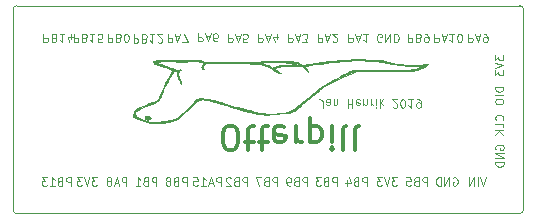
<source format=gbo>
G04 #@! TF.GenerationSoftware,KiCad,Pcbnew,5.1.0*
G04 #@! TF.CreationDate,2019-05-01T17:58:47+02:00*
G04 #@! TF.ProjectId,stm32f072PrototypingBoard,73746d33-3266-4303-9732-50726f746f74,rev?*
G04 #@! TF.SameCoordinates,Original*
G04 #@! TF.FileFunction,Legend,Bot*
G04 #@! TF.FilePolarity,Positive*
%FSLAX46Y46*%
G04 Gerber Fmt 4.6, Leading zero omitted, Abs format (unit mm)*
G04 Created by KiCad (PCBNEW 5.1.0) date 2019-05-01 17:58:47*
%MOMM*%
%LPD*%
G04 APERTURE LIST*
%ADD10C,0.100000*%
%ADD11C,0.300000*%
%ADD12C,0.050000*%
%ADD13C,0.010000*%
G04 APERTURE END LIST*
D10*
X46200000Y-28433333D02*
X46200000Y-27933333D01*
X46166666Y-27833333D01*
X46100000Y-27766666D01*
X46000000Y-27733333D01*
X45933333Y-27733333D01*
X46833333Y-27733333D02*
X46833333Y-28100000D01*
X46800000Y-28166666D01*
X46733333Y-28200000D01*
X46600000Y-28200000D01*
X46533333Y-28166666D01*
X46833333Y-27766666D02*
X46766666Y-27733333D01*
X46600000Y-27733333D01*
X46533333Y-27766666D01*
X46500000Y-27833333D01*
X46500000Y-27900000D01*
X46533333Y-27966666D01*
X46600000Y-28000000D01*
X46766666Y-28000000D01*
X46833333Y-28033333D01*
X47166666Y-28200000D02*
X47166666Y-27733333D01*
X47166666Y-28133333D02*
X47200000Y-28166666D01*
X47266666Y-28200000D01*
X47366666Y-28200000D01*
X47433333Y-28166666D01*
X47466666Y-28100000D01*
X47466666Y-27733333D01*
X48333333Y-27733333D02*
X48333333Y-28433333D01*
X48333333Y-28100000D02*
X48733333Y-28100000D01*
X48733333Y-27733333D02*
X48733333Y-28433333D01*
X49333333Y-27766666D02*
X49266666Y-27733333D01*
X49133333Y-27733333D01*
X49066666Y-27766666D01*
X49033333Y-27833333D01*
X49033333Y-28100000D01*
X49066666Y-28166666D01*
X49133333Y-28200000D01*
X49266666Y-28200000D01*
X49333333Y-28166666D01*
X49366666Y-28100000D01*
X49366666Y-28033333D01*
X49033333Y-27966666D01*
X49666666Y-28200000D02*
X49666666Y-27733333D01*
X49666666Y-28133333D02*
X49699999Y-28166666D01*
X49766666Y-28200000D01*
X49866666Y-28200000D01*
X49933333Y-28166666D01*
X49966666Y-28100000D01*
X49966666Y-27733333D01*
X50299999Y-27733333D02*
X50299999Y-28200000D01*
X50299999Y-28066666D02*
X50333333Y-28133333D01*
X50366666Y-28166666D01*
X50433333Y-28200000D01*
X50499999Y-28200000D01*
X50733333Y-27733333D02*
X50733333Y-28200000D01*
X50733333Y-28433333D02*
X50699999Y-28400000D01*
X50733333Y-28366666D01*
X50766666Y-28400000D01*
X50733333Y-28433333D01*
X50733333Y-28366666D01*
X51066666Y-27733333D02*
X51066666Y-28433333D01*
X51133333Y-28000000D02*
X51333333Y-27733333D01*
X51333333Y-28200000D02*
X51066666Y-27933333D01*
X52133333Y-28366666D02*
X52166666Y-28400000D01*
X52233333Y-28433333D01*
X52399999Y-28433333D01*
X52466666Y-28400000D01*
X52499999Y-28366666D01*
X52533333Y-28300000D01*
X52533333Y-28233333D01*
X52499999Y-28133333D01*
X52099999Y-27733333D01*
X52533333Y-27733333D01*
X52966666Y-28433333D02*
X53033333Y-28433333D01*
X53099999Y-28400000D01*
X53133333Y-28366666D01*
X53166666Y-28300000D01*
X53199999Y-28166666D01*
X53199999Y-28000000D01*
X53166666Y-27866666D01*
X53133333Y-27800000D01*
X53099999Y-27766666D01*
X53033333Y-27733333D01*
X52966666Y-27733333D01*
X52899999Y-27766666D01*
X52866666Y-27800000D01*
X52833333Y-27866666D01*
X52799999Y-28000000D01*
X52799999Y-28166666D01*
X52833333Y-28300000D01*
X52866666Y-28366666D01*
X52899999Y-28400000D01*
X52966666Y-28433333D01*
X53866666Y-27733333D02*
X53466666Y-27733333D01*
X53666666Y-27733333D02*
X53666666Y-28433333D01*
X53599999Y-28333333D01*
X53533333Y-28266666D01*
X53466666Y-28233333D01*
X54199999Y-27733333D02*
X54333333Y-27733333D01*
X54399999Y-27766666D01*
X54433333Y-27800000D01*
X54499999Y-27900000D01*
X54533333Y-28033333D01*
X54533333Y-28300000D01*
X54499999Y-28366666D01*
X54466666Y-28400000D01*
X54399999Y-28433333D01*
X54266666Y-28433333D01*
X54199999Y-28400000D01*
X54166666Y-28366666D01*
X54133333Y-28300000D01*
X54133333Y-28133333D01*
X54166666Y-28066666D01*
X54199999Y-28033333D01*
X54266666Y-28000000D01*
X54399999Y-28000000D01*
X54466666Y-28033333D01*
X54499999Y-28066666D01*
X54533333Y-28133333D01*
D11*
X38211904Y-31995238D02*
X38592857Y-31995238D01*
X38783333Y-31900000D01*
X38973809Y-31709523D01*
X39069047Y-31328571D01*
X39069047Y-30661904D01*
X38973809Y-30280952D01*
X38783333Y-30090476D01*
X38592857Y-29995238D01*
X38211904Y-29995238D01*
X38021428Y-30090476D01*
X37830952Y-30280952D01*
X37735714Y-30661904D01*
X37735714Y-31328571D01*
X37830952Y-31709523D01*
X38021428Y-31900000D01*
X38211904Y-31995238D01*
X39640476Y-31328571D02*
X40402380Y-31328571D01*
X39926190Y-31995238D02*
X39926190Y-30280952D01*
X40021428Y-30090476D01*
X40211904Y-29995238D01*
X40402380Y-29995238D01*
X40783333Y-31328571D02*
X41545238Y-31328571D01*
X41069047Y-31995238D02*
X41069047Y-30280952D01*
X41164285Y-30090476D01*
X41354761Y-29995238D01*
X41545238Y-29995238D01*
X42973809Y-30090476D02*
X42783333Y-29995238D01*
X42402380Y-29995238D01*
X42211904Y-30090476D01*
X42116666Y-30280952D01*
X42116666Y-31042857D01*
X42211904Y-31233333D01*
X42402380Y-31328571D01*
X42783333Y-31328571D01*
X42973809Y-31233333D01*
X43069047Y-31042857D01*
X43069047Y-30852380D01*
X42116666Y-30661904D01*
X43926190Y-29995238D02*
X43926190Y-31328571D01*
X43926190Y-30947619D02*
X44021428Y-31138095D01*
X44116666Y-31233333D01*
X44307142Y-31328571D01*
X44497619Y-31328571D01*
X45164285Y-31328571D02*
X45164285Y-29328571D01*
X45164285Y-31233333D02*
X45354761Y-31328571D01*
X45735714Y-31328571D01*
X45926190Y-31233333D01*
X46021428Y-31138095D01*
X46116666Y-30947619D01*
X46116666Y-30376190D01*
X46021428Y-30185714D01*
X45926190Y-30090476D01*
X45735714Y-29995238D01*
X45354761Y-29995238D01*
X45164285Y-30090476D01*
X46973809Y-29995238D02*
X46973809Y-31328571D01*
X46973809Y-31995238D02*
X46878571Y-31900000D01*
X46973809Y-31804761D01*
X47069047Y-31900000D01*
X46973809Y-31995238D01*
X46973809Y-31804761D01*
X48211904Y-29995238D02*
X48021428Y-30090476D01*
X47926190Y-30280952D01*
X47926190Y-31995238D01*
X49259523Y-29995238D02*
X49069047Y-30090476D01*
X48973809Y-30280952D01*
X48973809Y-31995238D01*
D10*
X60816666Y-23983333D02*
X60816666Y-24416666D01*
X61083333Y-24183333D01*
X61083333Y-24283333D01*
X61116666Y-24350000D01*
X61150000Y-24383333D01*
X61216666Y-24416666D01*
X61383333Y-24416666D01*
X61450000Y-24383333D01*
X61483333Y-24350000D01*
X61516666Y-24283333D01*
X61516666Y-24083333D01*
X61483333Y-24016666D01*
X61450000Y-23983333D01*
X60816666Y-24616666D02*
X61516666Y-24850000D01*
X60816666Y-25083333D01*
X60816666Y-25250000D02*
X60816666Y-25683333D01*
X61083333Y-25450000D01*
X61083333Y-25550000D01*
X61116666Y-25616666D01*
X61150000Y-25650000D01*
X61216666Y-25683333D01*
X61383333Y-25683333D01*
X61450000Y-25650000D01*
X61483333Y-25616666D01*
X61516666Y-25550000D01*
X61516666Y-25350000D01*
X61483333Y-25283333D01*
X61450000Y-25250000D01*
X61516666Y-26683333D02*
X60816666Y-26683333D01*
X60816666Y-26850000D01*
X60850000Y-26950000D01*
X60916666Y-27016666D01*
X60983333Y-27050000D01*
X61116666Y-27083333D01*
X61216666Y-27083333D01*
X61350000Y-27050000D01*
X61416666Y-27016666D01*
X61483333Y-26950000D01*
X61516666Y-26850000D01*
X61516666Y-26683333D01*
X61516666Y-27383333D02*
X60816666Y-27383333D01*
X60816666Y-27850000D02*
X60816666Y-27983333D01*
X60850000Y-28050000D01*
X60916666Y-28116666D01*
X61050000Y-28150000D01*
X61283333Y-28150000D01*
X61416666Y-28116666D01*
X61483333Y-28050000D01*
X61516666Y-27983333D01*
X61516666Y-27850000D01*
X61483333Y-27783333D01*
X61416666Y-27716666D01*
X61283333Y-27683333D01*
X61050000Y-27683333D01*
X60916666Y-27716666D01*
X60850000Y-27783333D01*
X60816666Y-27850000D01*
X61450000Y-29483333D02*
X61483333Y-29450000D01*
X61516666Y-29350000D01*
X61516666Y-29283333D01*
X61483333Y-29183333D01*
X61416666Y-29116666D01*
X61350000Y-29083333D01*
X61216666Y-29050000D01*
X61116666Y-29050000D01*
X60983333Y-29083333D01*
X60916666Y-29116666D01*
X60850000Y-29183333D01*
X60816666Y-29283333D01*
X60816666Y-29350000D01*
X60850000Y-29450000D01*
X60883333Y-29483333D01*
X61516666Y-30116666D02*
X61516666Y-29783333D01*
X60816666Y-29783333D01*
X61516666Y-30350000D02*
X60816666Y-30350000D01*
X61516666Y-30750000D02*
X61116666Y-30450000D01*
X60816666Y-30750000D02*
X61216666Y-30350000D01*
X60875000Y-31966666D02*
X60841666Y-31900000D01*
X60841666Y-31800000D01*
X60875000Y-31700000D01*
X60941666Y-31633333D01*
X61008333Y-31600000D01*
X61141666Y-31566666D01*
X61241666Y-31566666D01*
X61375000Y-31600000D01*
X61441666Y-31633333D01*
X61508333Y-31700000D01*
X61541666Y-31800000D01*
X61541666Y-31866666D01*
X61508333Y-31966666D01*
X61475000Y-32000000D01*
X61241666Y-32000000D01*
X61241666Y-31866666D01*
X61541666Y-32300000D02*
X60841666Y-32300000D01*
X61541666Y-32700000D01*
X60841666Y-32700000D01*
X61541666Y-33033333D02*
X60841666Y-33033333D01*
X60841666Y-33200000D01*
X60875000Y-33300000D01*
X60941666Y-33366666D01*
X61008333Y-33400000D01*
X61141666Y-33433333D01*
X61241666Y-33433333D01*
X61375000Y-33400000D01*
X61441666Y-33366666D01*
X61508333Y-33300000D01*
X61541666Y-33200000D01*
X61541666Y-33033333D01*
X51191666Y-22850000D02*
X51125000Y-22883333D01*
X51025000Y-22883333D01*
X50925000Y-22850000D01*
X50858333Y-22783333D01*
X50825000Y-22716666D01*
X50791666Y-22583333D01*
X50791666Y-22483333D01*
X50825000Y-22350000D01*
X50858333Y-22283333D01*
X50925000Y-22216666D01*
X51025000Y-22183333D01*
X51091666Y-22183333D01*
X51191666Y-22216666D01*
X51225000Y-22250000D01*
X51225000Y-22483333D01*
X51091666Y-22483333D01*
X51525000Y-22183333D02*
X51525000Y-22883333D01*
X51925000Y-22183333D01*
X51925000Y-22883333D01*
X52258333Y-22183333D02*
X52258333Y-22883333D01*
X52425000Y-22883333D01*
X52525000Y-22850000D01*
X52591666Y-22783333D01*
X52625000Y-22716666D01*
X52658333Y-22583333D01*
X52658333Y-22483333D01*
X52625000Y-22350000D01*
X52591666Y-22283333D01*
X52525000Y-22216666D01*
X52425000Y-22183333D01*
X52258333Y-22183333D01*
X28008333Y-22183333D02*
X28008333Y-22883333D01*
X28275000Y-22883333D01*
X28341666Y-22850000D01*
X28375000Y-22816666D01*
X28408333Y-22750000D01*
X28408333Y-22650000D01*
X28375000Y-22583333D01*
X28341666Y-22550000D01*
X28275000Y-22516666D01*
X28008333Y-22516666D01*
X28941666Y-22550000D02*
X29041666Y-22516666D01*
X29075000Y-22483333D01*
X29108333Y-22416666D01*
X29108333Y-22316666D01*
X29075000Y-22250000D01*
X29041666Y-22216666D01*
X28975000Y-22183333D01*
X28708333Y-22183333D01*
X28708333Y-22883333D01*
X28941666Y-22883333D01*
X29008333Y-22850000D01*
X29041666Y-22816666D01*
X29075000Y-22750000D01*
X29075000Y-22683333D01*
X29041666Y-22616666D01*
X29008333Y-22583333D01*
X28941666Y-22550000D01*
X28708333Y-22550000D01*
X29541666Y-22883333D02*
X29608333Y-22883333D01*
X29675000Y-22850000D01*
X29708333Y-22816666D01*
X29741666Y-22750000D01*
X29775000Y-22616666D01*
X29775000Y-22450000D01*
X29741666Y-22316666D01*
X29708333Y-22250000D01*
X29675000Y-22216666D01*
X29608333Y-22183333D01*
X29541666Y-22183333D01*
X29475000Y-22216666D01*
X29441666Y-22250000D01*
X29408333Y-22316666D01*
X29375000Y-22450000D01*
X29375000Y-22616666D01*
X29408333Y-22750000D01*
X29441666Y-22816666D01*
X29475000Y-22850000D01*
X29541666Y-22883333D01*
X53408333Y-22183333D02*
X53408333Y-22883333D01*
X53675000Y-22883333D01*
X53741666Y-22850000D01*
X53775000Y-22816666D01*
X53808333Y-22750000D01*
X53808333Y-22650000D01*
X53775000Y-22583333D01*
X53741666Y-22550000D01*
X53675000Y-22516666D01*
X53408333Y-22516666D01*
X54341666Y-22550000D02*
X54441666Y-22516666D01*
X54475000Y-22483333D01*
X54508333Y-22416666D01*
X54508333Y-22316666D01*
X54475000Y-22250000D01*
X54441666Y-22216666D01*
X54375000Y-22183333D01*
X54108333Y-22183333D01*
X54108333Y-22883333D01*
X54341666Y-22883333D01*
X54408333Y-22850000D01*
X54441666Y-22816666D01*
X54475000Y-22750000D01*
X54475000Y-22683333D01*
X54441666Y-22616666D01*
X54408333Y-22583333D01*
X54341666Y-22550000D01*
X54108333Y-22550000D01*
X54841666Y-22183333D02*
X54975000Y-22183333D01*
X55041666Y-22216666D01*
X55075000Y-22250000D01*
X55141666Y-22350000D01*
X55175000Y-22483333D01*
X55175000Y-22750000D01*
X55141666Y-22816666D01*
X55108333Y-22850000D01*
X55041666Y-22883333D01*
X54908333Y-22883333D01*
X54841666Y-22850000D01*
X54808333Y-22816666D01*
X54775000Y-22750000D01*
X54775000Y-22583333D01*
X54808333Y-22516666D01*
X54841666Y-22483333D01*
X54908333Y-22450000D01*
X55041666Y-22450000D01*
X55108333Y-22483333D01*
X55141666Y-22516666D01*
X55175000Y-22583333D01*
X30200000Y-22233333D02*
X30200000Y-22933333D01*
X30466666Y-22933333D01*
X30533333Y-22900000D01*
X30566666Y-22866666D01*
X30600000Y-22800000D01*
X30600000Y-22700000D01*
X30566666Y-22633333D01*
X30533333Y-22600000D01*
X30466666Y-22566666D01*
X30200000Y-22566666D01*
X31133333Y-22600000D02*
X31233333Y-22566666D01*
X31266666Y-22533333D01*
X31300000Y-22466666D01*
X31300000Y-22366666D01*
X31266666Y-22300000D01*
X31233333Y-22266666D01*
X31166666Y-22233333D01*
X30900000Y-22233333D01*
X30900000Y-22933333D01*
X31133333Y-22933333D01*
X31200000Y-22900000D01*
X31233333Y-22866666D01*
X31266666Y-22800000D01*
X31266666Y-22733333D01*
X31233333Y-22666666D01*
X31200000Y-22633333D01*
X31133333Y-22600000D01*
X30900000Y-22600000D01*
X31966666Y-22233333D02*
X31566666Y-22233333D01*
X31766666Y-22233333D02*
X31766666Y-22933333D01*
X31700000Y-22833333D01*
X31633333Y-22766666D01*
X31566666Y-22733333D01*
X32233333Y-22866666D02*
X32266666Y-22900000D01*
X32333333Y-22933333D01*
X32500000Y-22933333D01*
X32566666Y-22900000D01*
X32600000Y-22866666D01*
X32633333Y-22800000D01*
X32633333Y-22733333D01*
X32600000Y-22633333D01*
X32200000Y-22233333D01*
X32633333Y-22233333D01*
X35658333Y-22133333D02*
X35658333Y-22833333D01*
X35925000Y-22833333D01*
X35991666Y-22800000D01*
X36025000Y-22766666D01*
X36058333Y-22700000D01*
X36058333Y-22600000D01*
X36025000Y-22533333D01*
X35991666Y-22500000D01*
X35925000Y-22466666D01*
X35658333Y-22466666D01*
X36325000Y-22333333D02*
X36658333Y-22333333D01*
X36258333Y-22133333D02*
X36491666Y-22833333D01*
X36725000Y-22133333D01*
X37258333Y-22833333D02*
X37125000Y-22833333D01*
X37058333Y-22800000D01*
X37025000Y-22766666D01*
X36958333Y-22666666D01*
X36925000Y-22533333D01*
X36925000Y-22266666D01*
X36958333Y-22200000D01*
X36991666Y-22166666D01*
X37058333Y-22133333D01*
X37191666Y-22133333D01*
X37258333Y-22166666D01*
X37291666Y-22200000D01*
X37325000Y-22266666D01*
X37325000Y-22433333D01*
X37291666Y-22500000D01*
X37258333Y-22533333D01*
X37191666Y-22566666D01*
X37058333Y-22566666D01*
X36991666Y-22533333D01*
X36958333Y-22500000D01*
X36925000Y-22433333D01*
X55675000Y-22183333D02*
X55675000Y-22883333D01*
X55941666Y-22883333D01*
X56008333Y-22850000D01*
X56041666Y-22816666D01*
X56075000Y-22750000D01*
X56075000Y-22650000D01*
X56041666Y-22583333D01*
X56008333Y-22550000D01*
X55941666Y-22516666D01*
X55675000Y-22516666D01*
X56341666Y-22383333D02*
X56675000Y-22383333D01*
X56275000Y-22183333D02*
X56508333Y-22883333D01*
X56741666Y-22183333D01*
X57341666Y-22183333D02*
X56941666Y-22183333D01*
X57141666Y-22183333D02*
X57141666Y-22883333D01*
X57075000Y-22783333D01*
X57008333Y-22716666D01*
X56941666Y-22683333D01*
X57775000Y-22883333D02*
X57841666Y-22883333D01*
X57908333Y-22850000D01*
X57941666Y-22816666D01*
X57975000Y-22750000D01*
X58008333Y-22616666D01*
X58008333Y-22450000D01*
X57975000Y-22316666D01*
X57941666Y-22250000D01*
X57908333Y-22216666D01*
X57841666Y-22183333D01*
X57775000Y-22183333D01*
X57708333Y-22216666D01*
X57675000Y-22250000D01*
X57641666Y-22316666D01*
X57608333Y-22450000D01*
X57608333Y-22616666D01*
X57641666Y-22750000D01*
X57675000Y-22816666D01*
X57708333Y-22850000D01*
X57775000Y-22883333D01*
X48383333Y-22183333D02*
X48383333Y-22883333D01*
X48650000Y-22883333D01*
X48716666Y-22850000D01*
X48750000Y-22816666D01*
X48783333Y-22750000D01*
X48783333Y-22650000D01*
X48750000Y-22583333D01*
X48716666Y-22550000D01*
X48650000Y-22516666D01*
X48383333Y-22516666D01*
X49050000Y-22383333D02*
X49383333Y-22383333D01*
X48983333Y-22183333D02*
X49216666Y-22883333D01*
X49450000Y-22183333D01*
X50050000Y-22183333D02*
X49650000Y-22183333D01*
X49850000Y-22183333D02*
X49850000Y-22883333D01*
X49783333Y-22783333D01*
X49716666Y-22716666D01*
X49650000Y-22683333D01*
X38208333Y-22183333D02*
X38208333Y-22883333D01*
X38475000Y-22883333D01*
X38541666Y-22850000D01*
X38575000Y-22816666D01*
X38608333Y-22750000D01*
X38608333Y-22650000D01*
X38575000Y-22583333D01*
X38541666Y-22550000D01*
X38475000Y-22516666D01*
X38208333Y-22516666D01*
X38875000Y-22383333D02*
X39208333Y-22383333D01*
X38808333Y-22183333D02*
X39041666Y-22883333D01*
X39275000Y-22183333D01*
X39841666Y-22883333D02*
X39508333Y-22883333D01*
X39475000Y-22550000D01*
X39508333Y-22583333D01*
X39575000Y-22616666D01*
X39741666Y-22616666D01*
X39808333Y-22583333D01*
X39841666Y-22550000D01*
X39875000Y-22483333D01*
X39875000Y-22316666D01*
X39841666Y-22250000D01*
X39808333Y-22216666D01*
X39741666Y-22183333D01*
X39575000Y-22183333D01*
X39508333Y-22216666D01*
X39475000Y-22250000D01*
X22575000Y-22183333D02*
X22575000Y-22883333D01*
X22841666Y-22883333D01*
X22908333Y-22850000D01*
X22941666Y-22816666D01*
X22975000Y-22750000D01*
X22975000Y-22650000D01*
X22941666Y-22583333D01*
X22908333Y-22550000D01*
X22841666Y-22516666D01*
X22575000Y-22516666D01*
X23508333Y-22550000D02*
X23608333Y-22516666D01*
X23641666Y-22483333D01*
X23675000Y-22416666D01*
X23675000Y-22316666D01*
X23641666Y-22250000D01*
X23608333Y-22216666D01*
X23541666Y-22183333D01*
X23275000Y-22183333D01*
X23275000Y-22883333D01*
X23508333Y-22883333D01*
X23575000Y-22850000D01*
X23608333Y-22816666D01*
X23641666Y-22750000D01*
X23641666Y-22683333D01*
X23608333Y-22616666D01*
X23575000Y-22583333D01*
X23508333Y-22550000D01*
X23275000Y-22550000D01*
X24341666Y-22183333D02*
X23941666Y-22183333D01*
X24141666Y-22183333D02*
X24141666Y-22883333D01*
X24075000Y-22783333D01*
X24008333Y-22716666D01*
X23941666Y-22683333D01*
X24941666Y-22650000D02*
X24941666Y-22183333D01*
X24775000Y-22916666D02*
X24608333Y-22416666D01*
X25041666Y-22416666D01*
X43258333Y-22183333D02*
X43258333Y-22883333D01*
X43525000Y-22883333D01*
X43591666Y-22850000D01*
X43625000Y-22816666D01*
X43658333Y-22750000D01*
X43658333Y-22650000D01*
X43625000Y-22583333D01*
X43591666Y-22550000D01*
X43525000Y-22516666D01*
X43258333Y-22516666D01*
X43925000Y-22383333D02*
X44258333Y-22383333D01*
X43858333Y-22183333D02*
X44091666Y-22883333D01*
X44325000Y-22183333D01*
X44491666Y-22883333D02*
X44925000Y-22883333D01*
X44691666Y-22616666D01*
X44791666Y-22616666D01*
X44858333Y-22583333D01*
X44891666Y-22550000D01*
X44925000Y-22483333D01*
X44925000Y-22316666D01*
X44891666Y-22250000D01*
X44858333Y-22216666D01*
X44791666Y-22183333D01*
X44591666Y-22183333D01*
X44525000Y-22216666D01*
X44491666Y-22250000D01*
X58508333Y-22183333D02*
X58508333Y-22883333D01*
X58775000Y-22883333D01*
X58841666Y-22850000D01*
X58875000Y-22816666D01*
X58908333Y-22750000D01*
X58908333Y-22650000D01*
X58875000Y-22583333D01*
X58841666Y-22550000D01*
X58775000Y-22516666D01*
X58508333Y-22516666D01*
X59175000Y-22383333D02*
X59508333Y-22383333D01*
X59108333Y-22183333D02*
X59341666Y-22883333D01*
X59575000Y-22183333D01*
X59841666Y-22183333D02*
X59975000Y-22183333D01*
X60041666Y-22216666D01*
X60075000Y-22250000D01*
X60141666Y-22350000D01*
X60175000Y-22483333D01*
X60175000Y-22750000D01*
X60141666Y-22816666D01*
X60108333Y-22850000D01*
X60041666Y-22883333D01*
X59908333Y-22883333D01*
X59841666Y-22850000D01*
X59808333Y-22816666D01*
X59775000Y-22750000D01*
X59775000Y-22583333D01*
X59808333Y-22516666D01*
X59841666Y-22483333D01*
X59908333Y-22450000D01*
X60041666Y-22450000D01*
X60108333Y-22483333D01*
X60141666Y-22516666D01*
X60175000Y-22583333D01*
X25125000Y-22183333D02*
X25125000Y-22883333D01*
X25391666Y-22883333D01*
X25458333Y-22850000D01*
X25491666Y-22816666D01*
X25525000Y-22750000D01*
X25525000Y-22650000D01*
X25491666Y-22583333D01*
X25458333Y-22550000D01*
X25391666Y-22516666D01*
X25125000Y-22516666D01*
X26058333Y-22550000D02*
X26158333Y-22516666D01*
X26191666Y-22483333D01*
X26225000Y-22416666D01*
X26225000Y-22316666D01*
X26191666Y-22250000D01*
X26158333Y-22216666D01*
X26091666Y-22183333D01*
X25825000Y-22183333D01*
X25825000Y-22883333D01*
X26058333Y-22883333D01*
X26125000Y-22850000D01*
X26158333Y-22816666D01*
X26191666Y-22750000D01*
X26191666Y-22683333D01*
X26158333Y-22616666D01*
X26125000Y-22583333D01*
X26058333Y-22550000D01*
X25825000Y-22550000D01*
X26891666Y-22183333D02*
X26491666Y-22183333D01*
X26691666Y-22183333D02*
X26691666Y-22883333D01*
X26625000Y-22783333D01*
X26558333Y-22716666D01*
X26491666Y-22683333D01*
X27525000Y-22883333D02*
X27191666Y-22883333D01*
X27158333Y-22550000D01*
X27191666Y-22583333D01*
X27258333Y-22616666D01*
X27425000Y-22616666D01*
X27491666Y-22583333D01*
X27525000Y-22550000D01*
X27558333Y-22483333D01*
X27558333Y-22316666D01*
X27525000Y-22250000D01*
X27491666Y-22216666D01*
X27425000Y-22183333D01*
X27258333Y-22183333D01*
X27191666Y-22216666D01*
X27158333Y-22250000D01*
X40733333Y-22183333D02*
X40733333Y-22883333D01*
X41000000Y-22883333D01*
X41066666Y-22850000D01*
X41100000Y-22816666D01*
X41133333Y-22750000D01*
X41133333Y-22650000D01*
X41100000Y-22583333D01*
X41066666Y-22550000D01*
X41000000Y-22516666D01*
X40733333Y-22516666D01*
X41400000Y-22383333D02*
X41733333Y-22383333D01*
X41333333Y-22183333D02*
X41566666Y-22883333D01*
X41800000Y-22183333D01*
X42333333Y-22650000D02*
X42333333Y-22183333D01*
X42166666Y-22916666D02*
X42000000Y-22416666D01*
X42433333Y-22416666D01*
X33083333Y-22183333D02*
X33083333Y-22883333D01*
X33350000Y-22883333D01*
X33416666Y-22850000D01*
X33450000Y-22816666D01*
X33483333Y-22750000D01*
X33483333Y-22650000D01*
X33450000Y-22583333D01*
X33416666Y-22550000D01*
X33350000Y-22516666D01*
X33083333Y-22516666D01*
X33750000Y-22383333D02*
X34083333Y-22383333D01*
X33683333Y-22183333D02*
X33916666Y-22883333D01*
X34150000Y-22183333D01*
X34316666Y-22883333D02*
X34783333Y-22883333D01*
X34483333Y-22183333D01*
X45783333Y-22183333D02*
X45783333Y-22883333D01*
X46050000Y-22883333D01*
X46116666Y-22850000D01*
X46150000Y-22816666D01*
X46183333Y-22750000D01*
X46183333Y-22650000D01*
X46150000Y-22583333D01*
X46116666Y-22550000D01*
X46050000Y-22516666D01*
X45783333Y-22516666D01*
X46450000Y-22383333D02*
X46783333Y-22383333D01*
X46383333Y-22183333D02*
X46616666Y-22883333D01*
X46850000Y-22183333D01*
X47050000Y-22816666D02*
X47083333Y-22850000D01*
X47150000Y-22883333D01*
X47316666Y-22883333D01*
X47383333Y-22850000D01*
X47416666Y-22816666D01*
X47450000Y-22750000D01*
X47450000Y-22683333D01*
X47416666Y-22583333D01*
X47016666Y-22183333D01*
X47450000Y-22183333D01*
X42341666Y-35041666D02*
X42341666Y-34341666D01*
X42075000Y-34341666D01*
X42008333Y-34375000D01*
X41975000Y-34408333D01*
X41941666Y-34475000D01*
X41941666Y-34575000D01*
X41975000Y-34641666D01*
X42008333Y-34675000D01*
X42075000Y-34708333D01*
X42341666Y-34708333D01*
X41408333Y-34675000D02*
X41308333Y-34708333D01*
X41275000Y-34741666D01*
X41241666Y-34808333D01*
X41241666Y-34908333D01*
X41275000Y-34975000D01*
X41308333Y-35008333D01*
X41375000Y-35041666D01*
X41641666Y-35041666D01*
X41641666Y-34341666D01*
X41408333Y-34341666D01*
X41341666Y-34375000D01*
X41308333Y-34408333D01*
X41275000Y-34475000D01*
X41275000Y-34541666D01*
X41308333Y-34608333D01*
X41341666Y-34641666D01*
X41408333Y-34675000D01*
X41641666Y-34675000D01*
X41008333Y-34341666D02*
X40541666Y-34341666D01*
X40841666Y-35041666D01*
X57258333Y-34375000D02*
X57325000Y-34341666D01*
X57425000Y-34341666D01*
X57525000Y-34375000D01*
X57591666Y-34441666D01*
X57625000Y-34508333D01*
X57658333Y-34641666D01*
X57658333Y-34741666D01*
X57625000Y-34875000D01*
X57591666Y-34941666D01*
X57525000Y-35008333D01*
X57425000Y-35041666D01*
X57358333Y-35041666D01*
X57258333Y-35008333D01*
X57225000Y-34975000D01*
X57225000Y-34741666D01*
X57358333Y-34741666D01*
X56925000Y-35041666D02*
X56925000Y-34341666D01*
X56525000Y-35041666D01*
X56525000Y-34341666D01*
X56191666Y-35041666D02*
X56191666Y-34341666D01*
X56025000Y-34341666D01*
X55925000Y-34375000D01*
X55858333Y-34441666D01*
X55825000Y-34508333D01*
X55791666Y-34641666D01*
X55791666Y-34741666D01*
X55825000Y-34875000D01*
X55858333Y-34941666D01*
X55925000Y-35008333D01*
X56025000Y-35041666D01*
X56191666Y-35041666D01*
X32141666Y-35041666D02*
X32141666Y-34341666D01*
X31875000Y-34341666D01*
X31808333Y-34375000D01*
X31775000Y-34408333D01*
X31741666Y-34475000D01*
X31741666Y-34575000D01*
X31775000Y-34641666D01*
X31808333Y-34675000D01*
X31875000Y-34708333D01*
X32141666Y-34708333D01*
X31208333Y-34675000D02*
X31108333Y-34708333D01*
X31075000Y-34741666D01*
X31041666Y-34808333D01*
X31041666Y-34908333D01*
X31075000Y-34975000D01*
X31108333Y-35008333D01*
X31175000Y-35041666D01*
X31441666Y-35041666D01*
X31441666Y-34341666D01*
X31208333Y-34341666D01*
X31141666Y-34375000D01*
X31108333Y-34408333D01*
X31075000Y-34475000D01*
X31075000Y-34541666D01*
X31108333Y-34608333D01*
X31141666Y-34641666D01*
X31208333Y-34675000D01*
X31441666Y-34675000D01*
X30375000Y-35041666D02*
X30775000Y-35041666D01*
X30575000Y-35041666D02*
X30575000Y-34341666D01*
X30641666Y-34441666D01*
X30708333Y-34508333D01*
X30775000Y-34541666D01*
X29591666Y-35041666D02*
X29591666Y-34341666D01*
X29325000Y-34341666D01*
X29258333Y-34375000D01*
X29225000Y-34408333D01*
X29191666Y-34475000D01*
X29191666Y-34575000D01*
X29225000Y-34641666D01*
X29258333Y-34675000D01*
X29325000Y-34708333D01*
X29591666Y-34708333D01*
X28925000Y-34841666D02*
X28591666Y-34841666D01*
X28991666Y-35041666D02*
X28758333Y-34341666D01*
X28525000Y-35041666D01*
X28191666Y-34641666D02*
X28258333Y-34608333D01*
X28291666Y-34575000D01*
X28325000Y-34508333D01*
X28325000Y-34475000D01*
X28291666Y-34408333D01*
X28258333Y-34375000D01*
X28191666Y-34341666D01*
X28058333Y-34341666D01*
X27991666Y-34375000D01*
X27958333Y-34408333D01*
X27925000Y-34475000D01*
X27925000Y-34508333D01*
X27958333Y-34575000D01*
X27991666Y-34608333D01*
X28058333Y-34641666D01*
X28191666Y-34641666D01*
X28258333Y-34675000D01*
X28291666Y-34708333D01*
X28325000Y-34775000D01*
X28325000Y-34908333D01*
X28291666Y-34975000D01*
X28258333Y-35008333D01*
X28191666Y-35041666D01*
X28058333Y-35041666D01*
X27991666Y-35008333D01*
X27958333Y-34975000D01*
X27925000Y-34908333D01*
X27925000Y-34775000D01*
X27958333Y-34708333D01*
X27991666Y-34675000D01*
X28058333Y-34641666D01*
X47391666Y-35041666D02*
X47391666Y-34341666D01*
X47125000Y-34341666D01*
X47058333Y-34375000D01*
X47025000Y-34408333D01*
X46991666Y-34475000D01*
X46991666Y-34575000D01*
X47025000Y-34641666D01*
X47058333Y-34675000D01*
X47125000Y-34708333D01*
X47391666Y-34708333D01*
X46458333Y-34675000D02*
X46358333Y-34708333D01*
X46325000Y-34741666D01*
X46291666Y-34808333D01*
X46291666Y-34908333D01*
X46325000Y-34975000D01*
X46358333Y-35008333D01*
X46425000Y-35041666D01*
X46691666Y-35041666D01*
X46691666Y-34341666D01*
X46458333Y-34341666D01*
X46391666Y-34375000D01*
X46358333Y-34408333D01*
X46325000Y-34475000D01*
X46325000Y-34541666D01*
X46358333Y-34608333D01*
X46391666Y-34641666D01*
X46458333Y-34675000D01*
X46691666Y-34675000D01*
X46058333Y-34341666D02*
X45625000Y-34341666D01*
X45858333Y-34608333D01*
X45758333Y-34608333D01*
X45691666Y-34641666D01*
X45658333Y-34675000D01*
X45625000Y-34741666D01*
X45625000Y-34908333D01*
X45658333Y-34975000D01*
X45691666Y-35008333D01*
X45758333Y-35041666D01*
X45958333Y-35041666D01*
X46025000Y-35008333D01*
X46058333Y-34975000D01*
X52491666Y-34341666D02*
X52058333Y-34341666D01*
X52291666Y-34608333D01*
X52191666Y-34608333D01*
X52125000Y-34641666D01*
X52091666Y-34675000D01*
X52058333Y-34741666D01*
X52058333Y-34908333D01*
X52091666Y-34975000D01*
X52125000Y-35008333D01*
X52191666Y-35041666D01*
X52391666Y-35041666D01*
X52458333Y-35008333D01*
X52491666Y-34975000D01*
X51858333Y-34341666D02*
X51625000Y-35041666D01*
X51391666Y-34341666D01*
X51225000Y-34341666D02*
X50791666Y-34341666D01*
X51025000Y-34608333D01*
X50925000Y-34608333D01*
X50858333Y-34641666D01*
X50825000Y-34675000D01*
X50791666Y-34741666D01*
X50791666Y-34908333D01*
X50825000Y-34975000D01*
X50858333Y-35008333D01*
X50925000Y-35041666D01*
X51125000Y-35041666D01*
X51191666Y-35008333D01*
X51225000Y-34975000D01*
X55041666Y-35041666D02*
X55041666Y-34341666D01*
X54775000Y-34341666D01*
X54708333Y-34375000D01*
X54675000Y-34408333D01*
X54641666Y-34475000D01*
X54641666Y-34575000D01*
X54675000Y-34641666D01*
X54708333Y-34675000D01*
X54775000Y-34708333D01*
X55041666Y-34708333D01*
X54108333Y-34675000D02*
X54008333Y-34708333D01*
X53975000Y-34741666D01*
X53941666Y-34808333D01*
X53941666Y-34908333D01*
X53975000Y-34975000D01*
X54008333Y-35008333D01*
X54075000Y-35041666D01*
X54341666Y-35041666D01*
X54341666Y-34341666D01*
X54108333Y-34341666D01*
X54041666Y-34375000D01*
X54008333Y-34408333D01*
X53975000Y-34475000D01*
X53975000Y-34541666D01*
X54008333Y-34608333D01*
X54041666Y-34641666D01*
X54108333Y-34675000D01*
X54341666Y-34675000D01*
X53308333Y-34341666D02*
X53641666Y-34341666D01*
X53675000Y-34675000D01*
X53641666Y-34641666D01*
X53575000Y-34608333D01*
X53408333Y-34608333D01*
X53341666Y-34641666D01*
X53308333Y-34675000D01*
X53275000Y-34741666D01*
X53275000Y-34908333D01*
X53308333Y-34975000D01*
X53341666Y-35008333D01*
X53408333Y-35041666D01*
X53575000Y-35041666D01*
X53641666Y-35008333D01*
X53675000Y-34975000D01*
X49941666Y-35041666D02*
X49941666Y-34341666D01*
X49675000Y-34341666D01*
X49608333Y-34375000D01*
X49575000Y-34408333D01*
X49541666Y-34475000D01*
X49541666Y-34575000D01*
X49575000Y-34641666D01*
X49608333Y-34675000D01*
X49675000Y-34708333D01*
X49941666Y-34708333D01*
X49008333Y-34675000D02*
X48908333Y-34708333D01*
X48875000Y-34741666D01*
X48841666Y-34808333D01*
X48841666Y-34908333D01*
X48875000Y-34975000D01*
X48908333Y-35008333D01*
X48975000Y-35041666D01*
X49241666Y-35041666D01*
X49241666Y-34341666D01*
X49008333Y-34341666D01*
X48941666Y-34375000D01*
X48908333Y-34408333D01*
X48875000Y-34475000D01*
X48875000Y-34541666D01*
X48908333Y-34608333D01*
X48941666Y-34641666D01*
X49008333Y-34675000D01*
X49241666Y-34675000D01*
X48241666Y-34575000D02*
X48241666Y-35041666D01*
X48408333Y-34308333D02*
X48575000Y-34808333D01*
X48141666Y-34808333D01*
X37575000Y-35041666D02*
X37575000Y-34341666D01*
X37308333Y-34341666D01*
X37241666Y-34375000D01*
X37208333Y-34408333D01*
X37175000Y-34475000D01*
X37175000Y-34575000D01*
X37208333Y-34641666D01*
X37241666Y-34675000D01*
X37308333Y-34708333D01*
X37575000Y-34708333D01*
X36908333Y-34841666D02*
X36575000Y-34841666D01*
X36975000Y-35041666D02*
X36741666Y-34341666D01*
X36508333Y-35041666D01*
X35908333Y-35041666D02*
X36308333Y-35041666D01*
X36108333Y-35041666D02*
X36108333Y-34341666D01*
X36175000Y-34441666D01*
X36241666Y-34508333D01*
X36308333Y-34541666D01*
X35275000Y-34341666D02*
X35608333Y-34341666D01*
X35641666Y-34675000D01*
X35608333Y-34641666D01*
X35541666Y-34608333D01*
X35375000Y-34608333D01*
X35308333Y-34641666D01*
X35275000Y-34675000D01*
X35241666Y-34741666D01*
X35241666Y-34908333D01*
X35275000Y-34975000D01*
X35308333Y-35008333D01*
X35375000Y-35041666D01*
X35541666Y-35041666D01*
X35608333Y-35008333D01*
X35641666Y-34975000D01*
X39791666Y-35041666D02*
X39791666Y-34341666D01*
X39525000Y-34341666D01*
X39458333Y-34375000D01*
X39425000Y-34408333D01*
X39391666Y-34475000D01*
X39391666Y-34575000D01*
X39425000Y-34641666D01*
X39458333Y-34675000D01*
X39525000Y-34708333D01*
X39791666Y-34708333D01*
X38858333Y-34675000D02*
X38758333Y-34708333D01*
X38725000Y-34741666D01*
X38691666Y-34808333D01*
X38691666Y-34908333D01*
X38725000Y-34975000D01*
X38758333Y-35008333D01*
X38825000Y-35041666D01*
X39091666Y-35041666D01*
X39091666Y-34341666D01*
X38858333Y-34341666D01*
X38791666Y-34375000D01*
X38758333Y-34408333D01*
X38725000Y-34475000D01*
X38725000Y-34541666D01*
X38758333Y-34608333D01*
X38791666Y-34641666D01*
X38858333Y-34675000D01*
X39091666Y-34675000D01*
X38425000Y-34408333D02*
X38391666Y-34375000D01*
X38325000Y-34341666D01*
X38158333Y-34341666D01*
X38091666Y-34375000D01*
X38058333Y-34408333D01*
X38025000Y-34475000D01*
X38025000Y-34541666D01*
X38058333Y-34641666D01*
X38458333Y-35041666D01*
X38025000Y-35041666D01*
X60041666Y-34341666D02*
X59808333Y-35041666D01*
X59575000Y-34341666D01*
X59341666Y-35041666D02*
X59341666Y-34341666D01*
X59008333Y-35041666D02*
X59008333Y-34341666D01*
X58608333Y-35041666D01*
X58608333Y-34341666D01*
X34691666Y-35041666D02*
X34691666Y-34341666D01*
X34425000Y-34341666D01*
X34358333Y-34375000D01*
X34325000Y-34408333D01*
X34291666Y-34475000D01*
X34291666Y-34575000D01*
X34325000Y-34641666D01*
X34358333Y-34675000D01*
X34425000Y-34708333D01*
X34691666Y-34708333D01*
X33758333Y-34675000D02*
X33658333Y-34708333D01*
X33625000Y-34741666D01*
X33591666Y-34808333D01*
X33591666Y-34908333D01*
X33625000Y-34975000D01*
X33658333Y-35008333D01*
X33725000Y-35041666D01*
X33991666Y-35041666D01*
X33991666Y-34341666D01*
X33758333Y-34341666D01*
X33691666Y-34375000D01*
X33658333Y-34408333D01*
X33625000Y-34475000D01*
X33625000Y-34541666D01*
X33658333Y-34608333D01*
X33691666Y-34641666D01*
X33758333Y-34675000D01*
X33991666Y-34675000D01*
X33191666Y-34641666D02*
X33258333Y-34608333D01*
X33291666Y-34575000D01*
X33325000Y-34508333D01*
X33325000Y-34475000D01*
X33291666Y-34408333D01*
X33258333Y-34375000D01*
X33191666Y-34341666D01*
X33058333Y-34341666D01*
X32991666Y-34375000D01*
X32958333Y-34408333D01*
X32925000Y-34475000D01*
X32925000Y-34508333D01*
X32958333Y-34575000D01*
X32991666Y-34608333D01*
X33058333Y-34641666D01*
X33191666Y-34641666D01*
X33258333Y-34675000D01*
X33291666Y-34708333D01*
X33325000Y-34775000D01*
X33325000Y-34908333D01*
X33291666Y-34975000D01*
X33258333Y-35008333D01*
X33191666Y-35041666D01*
X33058333Y-35041666D01*
X32991666Y-35008333D01*
X32958333Y-34975000D01*
X32925000Y-34908333D01*
X32925000Y-34775000D01*
X32958333Y-34708333D01*
X32991666Y-34675000D01*
X33058333Y-34641666D01*
X44891666Y-35041666D02*
X44891666Y-34341666D01*
X44625000Y-34341666D01*
X44558333Y-34375000D01*
X44525000Y-34408333D01*
X44491666Y-34475000D01*
X44491666Y-34575000D01*
X44525000Y-34641666D01*
X44558333Y-34675000D01*
X44625000Y-34708333D01*
X44891666Y-34708333D01*
X43958333Y-34675000D02*
X43858333Y-34708333D01*
X43825000Y-34741666D01*
X43791666Y-34808333D01*
X43791666Y-34908333D01*
X43825000Y-34975000D01*
X43858333Y-35008333D01*
X43925000Y-35041666D01*
X44191666Y-35041666D01*
X44191666Y-34341666D01*
X43958333Y-34341666D01*
X43891666Y-34375000D01*
X43858333Y-34408333D01*
X43825000Y-34475000D01*
X43825000Y-34541666D01*
X43858333Y-34608333D01*
X43891666Y-34641666D01*
X43958333Y-34675000D01*
X44191666Y-34675000D01*
X43458333Y-35041666D02*
X43325000Y-35041666D01*
X43258333Y-35008333D01*
X43225000Y-34975000D01*
X43158333Y-34875000D01*
X43125000Y-34741666D01*
X43125000Y-34475000D01*
X43158333Y-34408333D01*
X43191666Y-34375000D01*
X43258333Y-34341666D01*
X43391666Y-34341666D01*
X43458333Y-34375000D01*
X43491666Y-34408333D01*
X43525000Y-34475000D01*
X43525000Y-34641666D01*
X43491666Y-34708333D01*
X43458333Y-34741666D01*
X43391666Y-34775000D01*
X43258333Y-34775000D01*
X43191666Y-34741666D01*
X43158333Y-34708333D01*
X43125000Y-34641666D01*
X24875000Y-35041666D02*
X24875000Y-34341666D01*
X24608333Y-34341666D01*
X24541666Y-34375000D01*
X24508333Y-34408333D01*
X24475000Y-34475000D01*
X24475000Y-34575000D01*
X24508333Y-34641666D01*
X24541666Y-34675000D01*
X24608333Y-34708333D01*
X24875000Y-34708333D01*
X23941666Y-34675000D02*
X23841666Y-34708333D01*
X23808333Y-34741666D01*
X23775000Y-34808333D01*
X23775000Y-34908333D01*
X23808333Y-34975000D01*
X23841666Y-35008333D01*
X23908333Y-35041666D01*
X24175000Y-35041666D01*
X24175000Y-34341666D01*
X23941666Y-34341666D01*
X23875000Y-34375000D01*
X23841666Y-34408333D01*
X23808333Y-34475000D01*
X23808333Y-34541666D01*
X23841666Y-34608333D01*
X23875000Y-34641666D01*
X23941666Y-34675000D01*
X24175000Y-34675000D01*
X23108333Y-35041666D02*
X23508333Y-35041666D01*
X23308333Y-35041666D02*
X23308333Y-34341666D01*
X23375000Y-34441666D01*
X23441666Y-34508333D01*
X23508333Y-34541666D01*
X22875000Y-34341666D02*
X22441666Y-34341666D01*
X22675000Y-34608333D01*
X22575000Y-34608333D01*
X22508333Y-34641666D01*
X22475000Y-34675000D01*
X22441666Y-34741666D01*
X22441666Y-34908333D01*
X22475000Y-34975000D01*
X22508333Y-35008333D01*
X22575000Y-35041666D01*
X22775000Y-35041666D01*
X22841666Y-35008333D01*
X22875000Y-34975000D01*
X27091666Y-34341666D02*
X26658333Y-34341666D01*
X26891666Y-34608333D01*
X26791666Y-34608333D01*
X26725000Y-34641666D01*
X26691666Y-34675000D01*
X26658333Y-34741666D01*
X26658333Y-34908333D01*
X26691666Y-34975000D01*
X26725000Y-35008333D01*
X26791666Y-35041666D01*
X26991666Y-35041666D01*
X27058333Y-35008333D01*
X27091666Y-34975000D01*
X26458333Y-34341666D02*
X26225000Y-35041666D01*
X25991666Y-34341666D01*
X25825000Y-34341666D02*
X25391666Y-34341666D01*
X25625000Y-34608333D01*
X25525000Y-34608333D01*
X25458333Y-34641666D01*
X25425000Y-34675000D01*
X25391666Y-34741666D01*
X25391666Y-34908333D01*
X25425000Y-34975000D01*
X25458333Y-35008333D01*
X25525000Y-35041666D01*
X25725000Y-35041666D01*
X25791666Y-35008333D01*
X25825000Y-34975000D01*
D12*
X63200000Y-37100000D02*
G75*
G02X62900000Y-37400000I-300000J0D01*
G01*
X62900000Y-19800000D02*
G75*
G02X63200000Y-20100000I0J-300000D01*
G01*
X20000000Y-20100000D02*
G75*
G02X20300000Y-19800000I300000J0D01*
G01*
X20300000Y-37400000D02*
G75*
G02X20000000Y-37100000I0J300000D01*
G01*
X20000000Y-37100000D02*
X20000000Y-20100000D01*
X62900000Y-37400000D02*
X20300000Y-37400000D01*
X63200000Y-20100000D02*
X63200000Y-37100000D01*
X20300000Y-19800000D02*
X62900000Y-19800000D01*
D13*
G36*
X31535484Y-29430643D02*
G01*
X31613347Y-29391231D01*
X31636371Y-29330876D01*
X31601272Y-29253942D01*
X31573250Y-29222500D01*
X31501291Y-29182942D01*
X31398091Y-29161106D01*
X31288984Y-29158578D01*
X31199304Y-29176941D01*
X31166850Y-29197100D01*
X31132023Y-29268583D01*
X31135020Y-29301875D01*
X31371268Y-29301875D01*
X31376622Y-29262678D01*
X31428183Y-29255934D01*
X31491095Y-29273452D01*
X31525301Y-29303310D01*
X31523568Y-29321077D01*
X31476172Y-29347933D01*
X31413772Y-29340261D01*
X31371509Y-29302491D01*
X31371268Y-29301875D01*
X31135020Y-29301875D01*
X31139284Y-29349218D01*
X31185393Y-29409144D01*
X31190162Y-29411883D01*
X31258104Y-29431602D01*
X31358584Y-29443331D01*
X31406062Y-29444750D01*
X31535484Y-29430643D01*
X31535484Y-29430643D01*
G37*
X31535484Y-29430643D02*
X31613347Y-29391231D01*
X31636371Y-29330876D01*
X31601272Y-29253942D01*
X31573250Y-29222500D01*
X31501291Y-29182942D01*
X31398091Y-29161106D01*
X31288984Y-29158578D01*
X31199304Y-29176941D01*
X31166850Y-29197100D01*
X31132023Y-29268583D01*
X31135020Y-29301875D01*
X31371268Y-29301875D01*
X31376622Y-29262678D01*
X31428183Y-29255934D01*
X31491095Y-29273452D01*
X31525301Y-29303310D01*
X31523568Y-29321077D01*
X31476172Y-29347933D01*
X31413772Y-29340261D01*
X31371509Y-29302491D01*
X31371268Y-29301875D01*
X31135020Y-29301875D01*
X31139284Y-29349218D01*
X31185393Y-29409144D01*
X31190162Y-29411883D01*
X31258104Y-29431602D01*
X31358584Y-29443331D01*
X31406062Y-29444750D01*
X31535484Y-29430643D01*
G36*
X32054266Y-29729919D02*
G01*
X32588152Y-29709579D01*
X33079187Y-29649342D01*
X33450779Y-29570658D01*
X33639028Y-29517537D01*
X33785519Y-29460810D01*
X33911481Y-29388825D01*
X34038145Y-29289930D01*
X34151860Y-29185881D01*
X34279255Y-29070309D01*
X34422094Y-28949192D01*
X34552639Y-28845931D01*
X34571236Y-28832113D01*
X34664657Y-28754998D01*
X34786653Y-28641871D01*
X34924629Y-28505061D01*
X35065989Y-28356901D01*
X35143001Y-28272376D01*
X35277140Y-28123321D01*
X35377837Y-28015111D01*
X35453368Y-27940719D01*
X35512009Y-27893116D01*
X35562035Y-27865273D01*
X35611722Y-27850163D01*
X35647549Y-27843871D01*
X35765887Y-27816384D01*
X35879946Y-27775214D01*
X35899501Y-27765887D01*
X35944680Y-27744290D01*
X35987048Y-27731616D01*
X36038224Y-27728869D01*
X36109828Y-27737049D01*
X36213482Y-27757159D01*
X36360806Y-27790201D01*
X36467168Y-27814832D01*
X36765561Y-27886289D01*
X37059846Y-27961511D01*
X37362546Y-28044021D01*
X37686182Y-28137346D01*
X38043276Y-28245008D01*
X38446351Y-28370533D01*
X38486770Y-28383288D01*
X39019162Y-28545705D01*
X39518028Y-28686272D01*
X39979511Y-28804136D01*
X40399751Y-28898444D01*
X40774892Y-28968344D01*
X41101076Y-29012981D01*
X41374445Y-29031504D01*
X41420453Y-29032000D01*
X41552924Y-29028121D01*
X41733783Y-29017401D01*
X41948452Y-29001222D01*
X42182354Y-28980961D01*
X42420911Y-28957998D01*
X42649544Y-28933712D01*
X42853677Y-28909483D01*
X43018732Y-28886690D01*
X43098500Y-28873232D01*
X43212075Y-28857569D01*
X43312428Y-28853662D01*
X43354585Y-28857882D01*
X43432169Y-28854084D01*
X43552915Y-28816543D01*
X43703835Y-28752045D01*
X43834916Y-28686980D01*
X43946154Y-28618890D01*
X44054883Y-28535055D01*
X44178436Y-28422754D01*
X44257375Y-28345844D01*
X44398008Y-28211001D01*
X44553734Y-28068386D01*
X44702976Y-27937460D01*
X44797125Y-27859082D01*
X44943468Y-27740821D01*
X45109095Y-27606083D01*
X45264432Y-27478946D01*
X45305125Y-27445459D01*
X45422311Y-27351698D01*
X45531498Y-27269333D01*
X45617246Y-27209772D01*
X45651518Y-27189477D01*
X45712496Y-27149777D01*
X45806596Y-27078082D01*
X45920064Y-26985230D01*
X46018790Y-26900128D01*
X46180320Y-26767666D01*
X46348866Y-26646735D01*
X46501829Y-26553317D01*
X46529647Y-26538796D01*
X46677918Y-26462247D01*
X46846319Y-26372253D01*
X47000139Y-26287386D01*
X47010075Y-26281771D01*
X47518819Y-26011662D01*
X48088071Y-25743407D01*
X48539274Y-25549745D01*
X49113063Y-25312384D01*
X50495219Y-25349801D01*
X50830753Y-25357919D01*
X51184922Y-25364757D01*
X51544241Y-25370169D01*
X51895226Y-25374011D01*
X52224394Y-25376137D01*
X52518262Y-25376403D01*
X52763344Y-25374663D01*
X52782250Y-25374407D01*
X53046403Y-25370510D01*
X53256843Y-25366575D01*
X53423353Y-25361740D01*
X53555712Y-25355146D01*
X53663704Y-25345929D01*
X53757109Y-25333228D01*
X53845709Y-25316181D01*
X53939287Y-25293928D01*
X54047623Y-25265605D01*
X54062550Y-25261633D01*
X54237277Y-25210445D01*
X54416139Y-25150212D01*
X54575228Y-25089369D01*
X54668330Y-25047848D01*
X54806754Y-24973725D01*
X54928534Y-24897995D01*
X55023965Y-24827887D01*
X55083341Y-24770634D01*
X55096955Y-24733465D01*
X55094650Y-24730269D01*
X55056578Y-24728338D01*
X54972337Y-24741302D01*
X54856803Y-24766575D01*
X54793025Y-24782735D01*
X54558715Y-24827367D01*
X54274650Y-24852860D01*
X53951386Y-24859943D01*
X53599481Y-24849345D01*
X53229489Y-24821797D01*
X52851969Y-24778028D01*
X52477476Y-24718769D01*
X52116566Y-24644747D01*
X51861500Y-24580081D01*
X51683666Y-24532205D01*
X51528184Y-24494767D01*
X51381866Y-24466023D01*
X51231525Y-24444226D01*
X51063974Y-24427632D01*
X50866026Y-24414498D01*
X50624493Y-24403077D01*
X50480375Y-24397354D01*
X50260130Y-24387746D01*
X50055349Y-24376559D01*
X49876469Y-24364539D01*
X49733923Y-24352437D01*
X49638149Y-24340998D01*
X49607459Y-24334761D01*
X49504738Y-24316447D01*
X49358446Y-24306291D01*
X49187942Y-24303960D01*
X49012585Y-24309125D01*
X48851733Y-24321455D01*
X48724747Y-24340616D01*
X48686500Y-24350517D01*
X48568395Y-24374166D01*
X48393938Y-24389477D01*
X48169797Y-24395902D01*
X48130875Y-24396068D01*
X47980168Y-24400570D01*
X47780116Y-24413067D01*
X47539394Y-24432520D01*
X47266672Y-24457890D01*
X46970626Y-24488140D01*
X46659929Y-24522231D01*
X46343253Y-24559124D01*
X46029272Y-24597780D01*
X45726660Y-24637161D01*
X45444089Y-24676229D01*
X45190234Y-24713945D01*
X44973767Y-24749270D01*
X44803361Y-24781167D01*
X44689138Y-24808176D01*
X44630234Y-24820163D01*
X44571210Y-24816287D01*
X44495978Y-24792345D01*
X44388449Y-24744136D01*
X44324013Y-24712803D01*
X44180042Y-24648843D01*
X44029454Y-24592983D01*
X43900151Y-24555348D01*
X43876375Y-24550338D01*
X43789089Y-24540385D01*
X43641405Y-24531733D01*
X43436409Y-24524462D01*
X43177193Y-24518647D01*
X42866843Y-24514368D01*
X42508450Y-24511702D01*
X42316148Y-24511008D01*
X41982513Y-24510373D01*
X41706634Y-24510399D01*
X41482770Y-24511284D01*
X41305178Y-24513226D01*
X41168116Y-24516423D01*
X41065842Y-24521071D01*
X40992615Y-24527369D01*
X40942693Y-24535515D01*
X40910333Y-24545705D01*
X40889793Y-24558138D01*
X40887398Y-24560190D01*
X40878604Y-24569314D01*
X40871361Y-24577346D01*
X40861779Y-24584300D01*
X40845971Y-24590191D01*
X40820046Y-24595034D01*
X40780118Y-24598845D01*
X40722296Y-24601638D01*
X40642693Y-24603429D01*
X40537419Y-24604232D01*
X40402586Y-24604063D01*
X40234306Y-24602937D01*
X40028689Y-24600870D01*
X39781847Y-24597875D01*
X39489891Y-24593968D01*
X39148933Y-24589165D01*
X38755084Y-24583479D01*
X38304455Y-24576928D01*
X37939125Y-24571631D01*
X37652066Y-24568369D01*
X37376389Y-24566913D01*
X37120875Y-24567191D01*
X36894305Y-24569130D01*
X36705458Y-24572656D01*
X36563115Y-24577698D01*
X36479928Y-24583712D01*
X36352240Y-24597298D01*
X36269788Y-24600040D01*
X36214889Y-24589652D01*
X36169858Y-24563848D01*
X36139936Y-24539777D01*
X36042275Y-24484414D01*
X35917167Y-24448818D01*
X35900508Y-24446338D01*
X35835440Y-24441884D01*
X35714710Y-24437697D01*
X35546154Y-24433896D01*
X35337609Y-24430599D01*
X35096912Y-24427925D01*
X34831899Y-24425994D01*
X34550407Y-24424922D01*
X34478375Y-24424803D01*
X34183864Y-24424379D01*
X33895204Y-24423845D01*
X33621812Y-24423225D01*
X33373109Y-24422547D01*
X33158514Y-24421835D01*
X32987447Y-24421117D01*
X32869326Y-24420418D01*
X32859125Y-24420336D01*
X32671861Y-24421568D01*
X32465896Y-24427329D01*
X32274690Y-24436536D01*
X32201540Y-24441581D01*
X32054563Y-24454979D01*
X31959539Y-24469358D01*
X31904948Y-24487553D01*
X31879272Y-24512401D01*
X31875383Y-24521899D01*
X31868488Y-24592824D01*
X31898810Y-24657037D01*
X31971231Y-24717385D01*
X32090631Y-24776715D01*
X32261889Y-24837873D01*
X32489887Y-24903707D01*
X32562808Y-24922913D01*
X32746883Y-24974511D01*
X32939208Y-25034906D01*
X33115285Y-25096069D01*
X33235387Y-25143314D01*
X33505782Y-25259474D01*
X33399802Y-25407425D01*
X33342448Y-25498435D01*
X33261850Y-25642842D01*
X33160371Y-25835935D01*
X33040376Y-26073003D01*
X32904229Y-26349337D01*
X32754294Y-26660225D01*
X32592935Y-27000957D01*
X32496904Y-27206402D01*
X32230973Y-27777928D01*
X31910049Y-27926487D01*
X31739391Y-28000206D01*
X31537511Y-28079434D01*
X31334378Y-28152717D01*
X31215783Y-28191766D01*
X30984206Y-28274374D01*
X30766283Y-28371278D01*
X30572617Y-28476381D01*
X30413814Y-28583587D01*
X30300478Y-28686800D01*
X30260648Y-28740882D01*
X30219334Y-28846816D01*
X30210842Y-28889681D01*
X30308932Y-28889681D01*
X30335564Y-28824767D01*
X30379662Y-28763188D01*
X30459166Y-28683757D01*
X30580776Y-28601340D01*
X30749430Y-28513373D01*
X30970064Y-28417294D01*
X31247615Y-28310541D01*
X31261713Y-28305375D01*
X31537684Y-28202397D01*
X31759951Y-28114271D01*
X31935565Y-28037386D01*
X32071577Y-27968128D01*
X32175039Y-27902884D01*
X32253003Y-27838042D01*
X32312520Y-27769989D01*
X32316078Y-27765149D01*
X32382201Y-27670843D01*
X32436914Y-27582362D01*
X32487078Y-27485656D01*
X32539555Y-27366674D01*
X32601206Y-27211367D01*
X32652371Y-27076508D01*
X32693409Y-26968237D01*
X32730518Y-26874482D01*
X32767988Y-26786954D01*
X32810109Y-26697367D01*
X32861170Y-26597433D01*
X32925460Y-26478866D01*
X33007269Y-26333379D01*
X33110887Y-26152684D01*
X33240602Y-25928494D01*
X33296277Y-25832504D01*
X33414042Y-25632368D01*
X33505624Y-25483677D01*
X33574334Y-25381637D01*
X33623481Y-25321460D01*
X33656377Y-25298353D01*
X33665398Y-25298321D01*
X33731590Y-25314410D01*
X33820202Y-25333447D01*
X33821802Y-25333770D01*
X33894460Y-25357891D01*
X33911764Y-25392914D01*
X33908979Y-25402590D01*
X33871991Y-25539343D01*
X33876824Y-25670360D01*
X33890948Y-25733674D01*
X33925435Y-25840471D01*
X33975624Y-25965515D01*
X34034804Y-26095401D01*
X34096265Y-26216721D01*
X34153296Y-26316069D01*
X34199189Y-26380038D01*
X34222817Y-26396751D01*
X34234547Y-26376089D01*
X34219451Y-26311328D01*
X34176228Y-26198305D01*
X34121311Y-26072094D01*
X34059625Y-25924357D01*
X34008142Y-25781761D01*
X33973342Y-25663388D01*
X33962246Y-25603781D01*
X33958818Y-25511841D01*
X33977412Y-25447930D01*
X34029280Y-25383744D01*
X34062845Y-25350710D01*
X34128681Y-25282742D01*
X34169818Y-25231176D01*
X34176750Y-25215772D01*
X34152739Y-25192545D01*
X34098722Y-25193917D01*
X34041719Y-25216558D01*
X34020340Y-25235055D01*
X33995236Y-25252576D01*
X33952578Y-25255398D01*
X33881022Y-25241607D01*
X33769224Y-25209283D01*
X33659265Y-25174056D01*
X33496364Y-25121021D01*
X33299055Y-25057054D01*
X33093406Y-24990592D01*
X32922625Y-24935584D01*
X32689515Y-24858297D01*
X32484504Y-24785683D01*
X32313757Y-24720267D01*
X32183441Y-24664575D01*
X32099724Y-24621130D01*
X32068771Y-24592457D01*
X32070920Y-24586901D01*
X32121289Y-24568943D01*
X32224543Y-24552646D01*
X32370082Y-24538505D01*
X32547302Y-24527014D01*
X32745601Y-24518670D01*
X32954376Y-24513967D01*
X33163024Y-24513401D01*
X33360943Y-24517466D01*
X33462375Y-24521909D01*
X33637410Y-24528789D01*
X33860450Y-24533614D01*
X34116032Y-24536276D01*
X34388690Y-24536668D01*
X34662960Y-24534684D01*
X34859375Y-24531592D01*
X35187297Y-24525857D01*
X35456383Y-24523786D01*
X35671253Y-24526602D01*
X35836522Y-24535533D01*
X35956810Y-24551803D01*
X36036733Y-24576639D01*
X36080911Y-24611265D01*
X36087822Y-24635441D01*
X41030838Y-24635441D01*
X41047936Y-24622347D01*
X41082375Y-24612722D01*
X41148768Y-24605119D01*
X41269984Y-24599785D01*
X41437393Y-24596568D01*
X41642362Y-24595315D01*
X41876260Y-24595872D01*
X42130458Y-24598088D01*
X42396324Y-24601808D01*
X42665226Y-24606880D01*
X42928535Y-24613152D01*
X43177618Y-24620469D01*
X43403845Y-24628680D01*
X43598586Y-24637631D01*
X43753208Y-24647169D01*
X43859082Y-24657142D01*
X43892304Y-24662513D01*
X44019937Y-24694144D01*
X44139714Y-24730258D01*
X44209804Y-24756472D01*
X44261574Y-24780379D01*
X44277773Y-24793746D01*
X44251214Y-24798089D01*
X44174706Y-24794920D01*
X44063291Y-24787328D01*
X43916649Y-24782779D01*
X43722429Y-24785139D01*
X43496061Y-24793422D01*
X43252974Y-24806645D01*
X43008599Y-24823823D01*
X42778364Y-24843972D01*
X42577701Y-24866108D01*
X42422037Y-24889246D01*
X42400000Y-24893439D01*
X42267867Y-24925032D01*
X42146544Y-24963029D01*
X42061424Y-24999433D01*
X42058903Y-25000876D01*
X41955932Y-25060854D01*
X41725528Y-24937825D01*
X41574836Y-24863676D01*
X41400989Y-24787410D01*
X41241548Y-24725502D01*
X41241125Y-24725352D01*
X41120318Y-24681897D01*
X41052594Y-24653609D01*
X41030838Y-24635441D01*
X36087822Y-24635441D01*
X36093960Y-24656907D01*
X36080498Y-24714792D01*
X36045143Y-24786144D01*
X36014030Y-24838044D01*
X35959587Y-24928812D01*
X35935806Y-24985676D01*
X35938998Y-25028140D01*
X35965472Y-25075706D01*
X35968261Y-25079975D01*
X36030831Y-25152380D01*
X36092732Y-25187494D01*
X36135841Y-25178493D01*
X36132361Y-25143459D01*
X36102722Y-25100633D01*
X36063908Y-25048551D01*
X36055310Y-24997967D01*
X36079205Y-24931144D01*
X36137312Y-24831244D01*
X36224625Y-24690564D01*
X36589750Y-24670530D01*
X36689326Y-24667342D01*
X36845326Y-24665331D01*
X37050685Y-24664466D01*
X37298337Y-24664717D01*
X37581220Y-24666054D01*
X37892266Y-24668447D01*
X38224412Y-24671865D01*
X38570592Y-24676279D01*
X38828125Y-24680112D01*
X39242263Y-24686946D01*
X39597870Y-24693502D01*
X39899913Y-24699969D01*
X40153358Y-24706534D01*
X40363172Y-24713385D01*
X40534323Y-24720712D01*
X40671777Y-24728702D01*
X40780501Y-24737545D01*
X40865462Y-24747427D01*
X40931627Y-24758538D01*
X40939500Y-24760165D01*
X41206960Y-24823911D01*
X41431346Y-24895730D01*
X41633077Y-24984459D01*
X41832576Y-25098935D01*
X42025568Y-25230188D01*
X42184301Y-25336205D01*
X42338465Y-25425019D01*
X42476283Y-25490907D01*
X42585980Y-25528143D01*
X42648383Y-25532978D01*
X42648206Y-25513042D01*
X42596643Y-25465950D01*
X42497936Y-25395169D01*
X42407937Y-25336471D01*
X42289477Y-25260408D01*
X42193889Y-25197226D01*
X42132082Y-25154253D01*
X42114250Y-25139144D01*
X42139770Y-25119537D01*
X42204419Y-25082575D01*
X42244201Y-25061745D01*
X42375023Y-25007796D01*
X42538315Y-24964537D01*
X42741048Y-24930922D01*
X42990190Y-24905905D01*
X43292710Y-24888442D01*
X43434001Y-24883216D01*
X43761011Y-24878121D01*
X44031645Y-24886764D01*
X44251840Y-24910652D01*
X44427531Y-24951290D01*
X44564654Y-25010186D01*
X44669143Y-25088847D01*
X44746936Y-25188780D01*
X44764892Y-25221068D01*
X44813025Y-25288115D01*
X44878214Y-25349742D01*
X44942877Y-25392447D01*
X44989436Y-25402725D01*
X44996147Y-25398687D01*
X44987554Y-25367077D01*
X44944185Y-25308572D01*
X44914017Y-25275576D01*
X44853027Y-25204489D01*
X44817078Y-25146816D01*
X44813000Y-25131387D01*
X44791198Y-25086885D01*
X44736474Y-25022821D01*
X44710674Y-24997961D01*
X44652510Y-24941920D01*
X44624052Y-24908559D01*
X44624229Y-24904500D01*
X44659692Y-24900302D01*
X44746417Y-24888758D01*
X44872792Y-24871449D01*
X45027209Y-24849955D01*
X45093185Y-24840687D01*
X45579974Y-24773197D01*
X46039141Y-24711669D01*
X46466313Y-24656610D01*
X46857116Y-24608527D01*
X47207177Y-24567927D01*
X47512124Y-24535317D01*
X47767582Y-24511203D01*
X47969180Y-24496092D01*
X48112543Y-24490491D01*
X48115000Y-24490478D01*
X48284523Y-24485923D01*
X48452617Y-24474816D01*
X48596345Y-24458993D01*
X48670625Y-24445994D01*
X48854637Y-24417345D01*
X49074506Y-24402756D01*
X49304053Y-24402734D01*
X49517096Y-24417790D01*
X49591375Y-24428074D01*
X49689869Y-24440098D01*
X49835658Y-24452649D01*
X50012556Y-24464574D01*
X50204381Y-24474720D01*
X50305750Y-24478952D01*
X50494020Y-24487921D01*
X50674005Y-24501120D01*
X50858709Y-24520151D01*
X51061140Y-24546617D01*
X51294306Y-24582119D01*
X51571212Y-24628260D01*
X51702750Y-24651034D01*
X52067563Y-24714257D01*
X52378464Y-24766812D01*
X52643963Y-24809669D01*
X52872571Y-24843800D01*
X53072800Y-24870175D01*
X53253161Y-24889767D01*
X53422164Y-24903546D01*
X53588322Y-24912483D01*
X53760145Y-24917550D01*
X53946144Y-24919718D01*
X54060159Y-24920027D01*
X54256931Y-24920577D01*
X54430263Y-24921914D01*
X54570821Y-24923895D01*
X54669275Y-24926378D01*
X54716291Y-24929220D01*
X54718972Y-24930098D01*
X54689438Y-24955241D01*
X54606531Y-24990967D01*
X54478953Y-25034490D01*
X54315408Y-25083022D01*
X54124598Y-25133776D01*
X53954259Y-25175012D01*
X53464875Y-25288400D01*
X51528125Y-25264013D01*
X51060426Y-25258111D01*
X50651910Y-25252998D01*
X50298262Y-25248722D01*
X49995167Y-25245333D01*
X49738313Y-25242880D01*
X49523386Y-25241411D01*
X49346071Y-25240977D01*
X49202054Y-25241625D01*
X49087023Y-25243405D01*
X48996662Y-25246366D01*
X48926659Y-25250557D01*
X48872698Y-25256027D01*
X48830467Y-25262826D01*
X48795652Y-25271002D01*
X48763938Y-25280603D01*
X48731012Y-25291681D01*
X48718250Y-25295966D01*
X48522922Y-25370433D01*
X48284251Y-25477408D01*
X48010737Y-25612735D01*
X47710878Y-25772254D01*
X47480000Y-25901722D01*
X47286324Y-26012383D01*
X47074149Y-26133251D01*
X46865819Y-26251619D01*
X46683678Y-26354779D01*
X46638625Y-26380218D01*
X46412435Y-26510273D01*
X46210244Y-26632810D01*
X46021812Y-26755251D01*
X45836896Y-26885022D01*
X45645257Y-27029544D01*
X45436653Y-27196243D01*
X45200843Y-27392541D01*
X44966914Y-27592036D01*
X44832239Y-27706160D01*
X44665093Y-27845378D01*
X44482805Y-27995388D01*
X44302706Y-28141885D01*
X44220789Y-28207828D01*
X43992938Y-28385052D01*
X43789080Y-28528838D01*
X43597756Y-28643357D01*
X43407505Y-28732781D01*
X43206868Y-28801281D01*
X42984383Y-28853029D01*
X42728591Y-28892197D01*
X42428032Y-28922956D01*
X42209500Y-28939969D01*
X41813683Y-28959660D01*
X41458926Y-28956858D01*
X41126169Y-28929513D01*
X40796353Y-28875578D01*
X40450418Y-28793004D01*
X40217154Y-28725820D01*
X40058136Y-28679911D01*
X39856716Y-28625293D01*
X39632469Y-28567079D01*
X39404971Y-28510384D01*
X39256750Y-28474921D01*
X39028503Y-28418121D01*
X38780949Y-28350986D01*
X38536764Y-28280015D01*
X38318621Y-28211708D01*
X38210908Y-28175144D01*
X38009917Y-28106879D01*
X37790295Y-28036872D01*
X37577020Y-27972830D01*
X37395066Y-27922457D01*
X37375650Y-27917476D01*
X37203617Y-27876271D01*
X37004153Y-27832430D01*
X36789131Y-27788159D01*
X36570424Y-27745662D01*
X36359904Y-27707145D01*
X36169444Y-27674812D01*
X36010916Y-27650869D01*
X35896193Y-27637520D01*
X35857325Y-27635494D01*
X35740362Y-27644997D01*
X35621611Y-27670996D01*
X35512614Y-27708260D01*
X35424916Y-27751555D01*
X35370059Y-27795651D01*
X35359588Y-27835314D01*
X35376821Y-27853278D01*
X35367034Y-27881278D01*
X35318084Y-27945292D01*
X35237186Y-28037962D01*
X35131556Y-28151928D01*
X35008409Y-28279831D01*
X34874960Y-28414312D01*
X34738426Y-28548011D01*
X34606020Y-28673570D01*
X34484960Y-28783628D01*
X34382460Y-28870828D01*
X34367250Y-28882967D01*
X34245115Y-28983832D01*
X34114011Y-29098999D01*
X34033875Y-29173490D01*
X33934502Y-29263061D01*
X33840815Y-29329586D01*
X33736139Y-29381108D01*
X33603801Y-29425666D01*
X33427127Y-29471303D01*
X33405873Y-29476355D01*
X32812364Y-29585729D01*
X32216520Y-29632999D01*
X32052871Y-29635250D01*
X31611324Y-29635250D01*
X31060474Y-29446854D01*
X30863133Y-29377032D01*
X30698458Y-29314100D01*
X30574151Y-29261259D01*
X30497917Y-29221710D01*
X30477875Y-29204788D01*
X30439992Y-29143689D01*
X30386654Y-29060788D01*
X30374687Y-29042525D01*
X30322124Y-28953766D01*
X30308932Y-28889681D01*
X30210842Y-28889681D01*
X30190847Y-28990593D01*
X30184016Y-29058382D01*
X30168879Y-29270125D01*
X30867893Y-29500313D01*
X31566907Y-29730500D01*
X32054266Y-29729919D01*
X32054266Y-29729919D01*
G37*
X32054266Y-29729919D02*
X32588152Y-29709579D01*
X33079187Y-29649342D01*
X33450779Y-29570658D01*
X33639028Y-29517537D01*
X33785519Y-29460810D01*
X33911481Y-29388825D01*
X34038145Y-29289930D01*
X34151860Y-29185881D01*
X34279255Y-29070309D01*
X34422094Y-28949192D01*
X34552639Y-28845931D01*
X34571236Y-28832113D01*
X34664657Y-28754998D01*
X34786653Y-28641871D01*
X34924629Y-28505061D01*
X35065989Y-28356901D01*
X35143001Y-28272376D01*
X35277140Y-28123321D01*
X35377837Y-28015111D01*
X35453368Y-27940719D01*
X35512009Y-27893116D01*
X35562035Y-27865273D01*
X35611722Y-27850163D01*
X35647549Y-27843871D01*
X35765887Y-27816384D01*
X35879946Y-27775214D01*
X35899501Y-27765887D01*
X35944680Y-27744290D01*
X35987048Y-27731616D01*
X36038224Y-27728869D01*
X36109828Y-27737049D01*
X36213482Y-27757159D01*
X36360806Y-27790201D01*
X36467168Y-27814832D01*
X36765561Y-27886289D01*
X37059846Y-27961511D01*
X37362546Y-28044021D01*
X37686182Y-28137346D01*
X38043276Y-28245008D01*
X38446351Y-28370533D01*
X38486770Y-28383288D01*
X39019162Y-28545705D01*
X39518028Y-28686272D01*
X39979511Y-28804136D01*
X40399751Y-28898444D01*
X40774892Y-28968344D01*
X41101076Y-29012981D01*
X41374445Y-29031504D01*
X41420453Y-29032000D01*
X41552924Y-29028121D01*
X41733783Y-29017401D01*
X41948452Y-29001222D01*
X42182354Y-28980961D01*
X42420911Y-28957998D01*
X42649544Y-28933712D01*
X42853677Y-28909483D01*
X43018732Y-28886690D01*
X43098500Y-28873232D01*
X43212075Y-28857569D01*
X43312428Y-28853662D01*
X43354585Y-28857882D01*
X43432169Y-28854084D01*
X43552915Y-28816543D01*
X43703835Y-28752045D01*
X43834916Y-28686980D01*
X43946154Y-28618890D01*
X44054883Y-28535055D01*
X44178436Y-28422754D01*
X44257375Y-28345844D01*
X44398008Y-28211001D01*
X44553734Y-28068386D01*
X44702976Y-27937460D01*
X44797125Y-27859082D01*
X44943468Y-27740821D01*
X45109095Y-27606083D01*
X45264432Y-27478946D01*
X45305125Y-27445459D01*
X45422311Y-27351698D01*
X45531498Y-27269333D01*
X45617246Y-27209772D01*
X45651518Y-27189477D01*
X45712496Y-27149777D01*
X45806596Y-27078082D01*
X45920064Y-26985230D01*
X46018790Y-26900128D01*
X46180320Y-26767666D01*
X46348866Y-26646735D01*
X46501829Y-26553317D01*
X46529647Y-26538796D01*
X46677918Y-26462247D01*
X46846319Y-26372253D01*
X47000139Y-26287386D01*
X47010075Y-26281771D01*
X47518819Y-26011662D01*
X48088071Y-25743407D01*
X48539274Y-25549745D01*
X49113063Y-25312384D01*
X50495219Y-25349801D01*
X50830753Y-25357919D01*
X51184922Y-25364757D01*
X51544241Y-25370169D01*
X51895226Y-25374011D01*
X52224394Y-25376137D01*
X52518262Y-25376403D01*
X52763344Y-25374663D01*
X52782250Y-25374407D01*
X53046403Y-25370510D01*
X53256843Y-25366575D01*
X53423353Y-25361740D01*
X53555712Y-25355146D01*
X53663704Y-25345929D01*
X53757109Y-25333228D01*
X53845709Y-25316181D01*
X53939287Y-25293928D01*
X54047623Y-25265605D01*
X54062550Y-25261633D01*
X54237277Y-25210445D01*
X54416139Y-25150212D01*
X54575228Y-25089369D01*
X54668330Y-25047848D01*
X54806754Y-24973725D01*
X54928534Y-24897995D01*
X55023965Y-24827887D01*
X55083341Y-24770634D01*
X55096955Y-24733465D01*
X55094650Y-24730269D01*
X55056578Y-24728338D01*
X54972337Y-24741302D01*
X54856803Y-24766575D01*
X54793025Y-24782735D01*
X54558715Y-24827367D01*
X54274650Y-24852860D01*
X53951386Y-24859943D01*
X53599481Y-24849345D01*
X53229489Y-24821797D01*
X52851969Y-24778028D01*
X52477476Y-24718769D01*
X52116566Y-24644747D01*
X51861500Y-24580081D01*
X51683666Y-24532205D01*
X51528184Y-24494767D01*
X51381866Y-24466023D01*
X51231525Y-24444226D01*
X51063974Y-24427632D01*
X50866026Y-24414498D01*
X50624493Y-24403077D01*
X50480375Y-24397354D01*
X50260130Y-24387746D01*
X50055349Y-24376559D01*
X49876469Y-24364539D01*
X49733923Y-24352437D01*
X49638149Y-24340998D01*
X49607459Y-24334761D01*
X49504738Y-24316447D01*
X49358446Y-24306291D01*
X49187942Y-24303960D01*
X49012585Y-24309125D01*
X48851733Y-24321455D01*
X48724747Y-24340616D01*
X48686500Y-24350517D01*
X48568395Y-24374166D01*
X48393938Y-24389477D01*
X48169797Y-24395902D01*
X48130875Y-24396068D01*
X47980168Y-24400570D01*
X47780116Y-24413067D01*
X47539394Y-24432520D01*
X47266672Y-24457890D01*
X46970626Y-24488140D01*
X46659929Y-24522231D01*
X46343253Y-24559124D01*
X46029272Y-24597780D01*
X45726660Y-24637161D01*
X45444089Y-24676229D01*
X45190234Y-24713945D01*
X44973767Y-24749270D01*
X44803361Y-24781167D01*
X44689138Y-24808176D01*
X44630234Y-24820163D01*
X44571210Y-24816287D01*
X44495978Y-24792345D01*
X44388449Y-24744136D01*
X44324013Y-24712803D01*
X44180042Y-24648843D01*
X44029454Y-24592983D01*
X43900151Y-24555348D01*
X43876375Y-24550338D01*
X43789089Y-24540385D01*
X43641405Y-24531733D01*
X43436409Y-24524462D01*
X43177193Y-24518647D01*
X42866843Y-24514368D01*
X42508450Y-24511702D01*
X42316148Y-24511008D01*
X41982513Y-24510373D01*
X41706634Y-24510399D01*
X41482770Y-24511284D01*
X41305178Y-24513226D01*
X41168116Y-24516423D01*
X41065842Y-24521071D01*
X40992615Y-24527369D01*
X40942693Y-24535515D01*
X40910333Y-24545705D01*
X40889793Y-24558138D01*
X40887398Y-24560190D01*
X40878604Y-24569314D01*
X40871361Y-24577346D01*
X40861779Y-24584300D01*
X40845971Y-24590191D01*
X40820046Y-24595034D01*
X40780118Y-24598845D01*
X40722296Y-24601638D01*
X40642693Y-24603429D01*
X40537419Y-24604232D01*
X40402586Y-24604063D01*
X40234306Y-24602937D01*
X40028689Y-24600870D01*
X39781847Y-24597875D01*
X39489891Y-24593968D01*
X39148933Y-24589165D01*
X38755084Y-24583479D01*
X38304455Y-24576928D01*
X37939125Y-24571631D01*
X37652066Y-24568369D01*
X37376389Y-24566913D01*
X37120875Y-24567191D01*
X36894305Y-24569130D01*
X36705458Y-24572656D01*
X36563115Y-24577698D01*
X36479928Y-24583712D01*
X36352240Y-24597298D01*
X36269788Y-24600040D01*
X36214889Y-24589652D01*
X36169858Y-24563848D01*
X36139936Y-24539777D01*
X36042275Y-24484414D01*
X35917167Y-24448818D01*
X35900508Y-24446338D01*
X35835440Y-24441884D01*
X35714710Y-24437697D01*
X35546154Y-24433896D01*
X35337609Y-24430599D01*
X35096912Y-24427925D01*
X34831899Y-24425994D01*
X34550407Y-24424922D01*
X34478375Y-24424803D01*
X34183864Y-24424379D01*
X33895204Y-24423845D01*
X33621812Y-24423225D01*
X33373109Y-24422547D01*
X33158514Y-24421835D01*
X32987447Y-24421117D01*
X32869326Y-24420418D01*
X32859125Y-24420336D01*
X32671861Y-24421568D01*
X32465896Y-24427329D01*
X32274690Y-24436536D01*
X32201540Y-24441581D01*
X32054563Y-24454979D01*
X31959539Y-24469358D01*
X31904948Y-24487553D01*
X31879272Y-24512401D01*
X31875383Y-24521899D01*
X31868488Y-24592824D01*
X31898810Y-24657037D01*
X31971231Y-24717385D01*
X32090631Y-24776715D01*
X32261889Y-24837873D01*
X32489887Y-24903707D01*
X32562808Y-24922913D01*
X32746883Y-24974511D01*
X32939208Y-25034906D01*
X33115285Y-25096069D01*
X33235387Y-25143314D01*
X33505782Y-25259474D01*
X33399802Y-25407425D01*
X33342448Y-25498435D01*
X33261850Y-25642842D01*
X33160371Y-25835935D01*
X33040376Y-26073003D01*
X32904229Y-26349337D01*
X32754294Y-26660225D01*
X32592935Y-27000957D01*
X32496904Y-27206402D01*
X32230973Y-27777928D01*
X31910049Y-27926487D01*
X31739391Y-28000206D01*
X31537511Y-28079434D01*
X31334378Y-28152717D01*
X31215783Y-28191766D01*
X30984206Y-28274374D01*
X30766283Y-28371278D01*
X30572617Y-28476381D01*
X30413814Y-28583587D01*
X30300478Y-28686800D01*
X30260648Y-28740882D01*
X30219334Y-28846816D01*
X30210842Y-28889681D01*
X30308932Y-28889681D01*
X30335564Y-28824767D01*
X30379662Y-28763188D01*
X30459166Y-28683757D01*
X30580776Y-28601340D01*
X30749430Y-28513373D01*
X30970064Y-28417294D01*
X31247615Y-28310541D01*
X31261713Y-28305375D01*
X31537684Y-28202397D01*
X31759951Y-28114271D01*
X31935565Y-28037386D01*
X32071577Y-27968128D01*
X32175039Y-27902884D01*
X32253003Y-27838042D01*
X32312520Y-27769989D01*
X32316078Y-27765149D01*
X32382201Y-27670843D01*
X32436914Y-27582362D01*
X32487078Y-27485656D01*
X32539555Y-27366674D01*
X32601206Y-27211367D01*
X32652371Y-27076508D01*
X32693409Y-26968237D01*
X32730518Y-26874482D01*
X32767988Y-26786954D01*
X32810109Y-26697367D01*
X32861170Y-26597433D01*
X32925460Y-26478866D01*
X33007269Y-26333379D01*
X33110887Y-26152684D01*
X33240602Y-25928494D01*
X33296277Y-25832504D01*
X33414042Y-25632368D01*
X33505624Y-25483677D01*
X33574334Y-25381637D01*
X33623481Y-25321460D01*
X33656377Y-25298353D01*
X33665398Y-25298321D01*
X33731590Y-25314410D01*
X33820202Y-25333447D01*
X33821802Y-25333770D01*
X33894460Y-25357891D01*
X33911764Y-25392914D01*
X33908979Y-25402590D01*
X33871991Y-25539343D01*
X33876824Y-25670360D01*
X33890948Y-25733674D01*
X33925435Y-25840471D01*
X33975624Y-25965515D01*
X34034804Y-26095401D01*
X34096265Y-26216721D01*
X34153296Y-26316069D01*
X34199189Y-26380038D01*
X34222817Y-26396751D01*
X34234547Y-26376089D01*
X34219451Y-26311328D01*
X34176228Y-26198305D01*
X34121311Y-26072094D01*
X34059625Y-25924357D01*
X34008142Y-25781761D01*
X33973342Y-25663388D01*
X33962246Y-25603781D01*
X33958818Y-25511841D01*
X33977412Y-25447930D01*
X34029280Y-25383744D01*
X34062845Y-25350710D01*
X34128681Y-25282742D01*
X34169818Y-25231176D01*
X34176750Y-25215772D01*
X34152739Y-25192545D01*
X34098722Y-25193917D01*
X34041719Y-25216558D01*
X34020340Y-25235055D01*
X33995236Y-25252576D01*
X33952578Y-25255398D01*
X33881022Y-25241607D01*
X33769224Y-25209283D01*
X33659265Y-25174056D01*
X33496364Y-25121021D01*
X33299055Y-25057054D01*
X33093406Y-24990592D01*
X32922625Y-24935584D01*
X32689515Y-24858297D01*
X32484504Y-24785683D01*
X32313757Y-24720267D01*
X32183441Y-24664575D01*
X32099724Y-24621130D01*
X32068771Y-24592457D01*
X32070920Y-24586901D01*
X32121289Y-24568943D01*
X32224543Y-24552646D01*
X32370082Y-24538505D01*
X32547302Y-24527014D01*
X32745601Y-24518670D01*
X32954376Y-24513967D01*
X33163024Y-24513401D01*
X33360943Y-24517466D01*
X33462375Y-24521909D01*
X33637410Y-24528789D01*
X33860450Y-24533614D01*
X34116032Y-24536276D01*
X34388690Y-24536668D01*
X34662960Y-24534684D01*
X34859375Y-24531592D01*
X35187297Y-24525857D01*
X35456383Y-24523786D01*
X35671253Y-24526602D01*
X35836522Y-24535533D01*
X35956810Y-24551803D01*
X36036733Y-24576639D01*
X36080911Y-24611265D01*
X36087822Y-24635441D01*
X41030838Y-24635441D01*
X41047936Y-24622347D01*
X41082375Y-24612722D01*
X41148768Y-24605119D01*
X41269984Y-24599785D01*
X41437393Y-24596568D01*
X41642362Y-24595315D01*
X41876260Y-24595872D01*
X42130458Y-24598088D01*
X42396324Y-24601808D01*
X42665226Y-24606880D01*
X42928535Y-24613152D01*
X43177618Y-24620469D01*
X43403845Y-24628680D01*
X43598586Y-24637631D01*
X43753208Y-24647169D01*
X43859082Y-24657142D01*
X43892304Y-24662513D01*
X44019937Y-24694144D01*
X44139714Y-24730258D01*
X44209804Y-24756472D01*
X44261574Y-24780379D01*
X44277773Y-24793746D01*
X44251214Y-24798089D01*
X44174706Y-24794920D01*
X44063291Y-24787328D01*
X43916649Y-24782779D01*
X43722429Y-24785139D01*
X43496061Y-24793422D01*
X43252974Y-24806645D01*
X43008599Y-24823823D01*
X42778364Y-24843972D01*
X42577701Y-24866108D01*
X42422037Y-24889246D01*
X42400000Y-24893439D01*
X42267867Y-24925032D01*
X42146544Y-24963029D01*
X42061424Y-24999433D01*
X42058903Y-25000876D01*
X41955932Y-25060854D01*
X41725528Y-24937825D01*
X41574836Y-24863676D01*
X41400989Y-24787410D01*
X41241548Y-24725502D01*
X41241125Y-24725352D01*
X41120318Y-24681897D01*
X41052594Y-24653609D01*
X41030838Y-24635441D01*
X36087822Y-24635441D01*
X36093960Y-24656907D01*
X36080498Y-24714792D01*
X36045143Y-24786144D01*
X36014030Y-24838044D01*
X35959587Y-24928812D01*
X35935806Y-24985676D01*
X35938998Y-25028140D01*
X35965472Y-25075706D01*
X35968261Y-25079975D01*
X36030831Y-25152380D01*
X36092732Y-25187494D01*
X36135841Y-25178493D01*
X36132361Y-25143459D01*
X36102722Y-25100633D01*
X36063908Y-25048551D01*
X36055310Y-24997967D01*
X36079205Y-24931144D01*
X36137312Y-24831244D01*
X36224625Y-24690564D01*
X36589750Y-24670530D01*
X36689326Y-24667342D01*
X36845326Y-24665331D01*
X37050685Y-24664466D01*
X37298337Y-24664717D01*
X37581220Y-24666054D01*
X37892266Y-24668447D01*
X38224412Y-24671865D01*
X38570592Y-24676279D01*
X38828125Y-24680112D01*
X39242263Y-24686946D01*
X39597870Y-24693502D01*
X39899913Y-24699969D01*
X40153358Y-24706534D01*
X40363172Y-24713385D01*
X40534323Y-24720712D01*
X40671777Y-24728702D01*
X40780501Y-24737545D01*
X40865462Y-24747427D01*
X40931627Y-24758538D01*
X40939500Y-24760165D01*
X41206960Y-24823911D01*
X41431346Y-24895730D01*
X41633077Y-24984459D01*
X41832576Y-25098935D01*
X42025568Y-25230188D01*
X42184301Y-25336205D01*
X42338465Y-25425019D01*
X42476283Y-25490907D01*
X42585980Y-25528143D01*
X42648383Y-25532978D01*
X42648206Y-25513042D01*
X42596643Y-25465950D01*
X42497936Y-25395169D01*
X42407937Y-25336471D01*
X42289477Y-25260408D01*
X42193889Y-25197226D01*
X42132082Y-25154253D01*
X42114250Y-25139144D01*
X42139770Y-25119537D01*
X42204419Y-25082575D01*
X42244201Y-25061745D01*
X42375023Y-25007796D01*
X42538315Y-24964537D01*
X42741048Y-24930922D01*
X42990190Y-24905905D01*
X43292710Y-24888442D01*
X43434001Y-24883216D01*
X43761011Y-24878121D01*
X44031645Y-24886764D01*
X44251840Y-24910652D01*
X44427531Y-24951290D01*
X44564654Y-25010186D01*
X44669143Y-25088847D01*
X44746936Y-25188780D01*
X44764892Y-25221068D01*
X44813025Y-25288115D01*
X44878214Y-25349742D01*
X44942877Y-25392447D01*
X44989436Y-25402725D01*
X44996147Y-25398687D01*
X44987554Y-25367077D01*
X44944185Y-25308572D01*
X44914017Y-25275576D01*
X44853027Y-25204489D01*
X44817078Y-25146816D01*
X44813000Y-25131387D01*
X44791198Y-25086885D01*
X44736474Y-25022821D01*
X44710674Y-24997961D01*
X44652510Y-24941920D01*
X44624052Y-24908559D01*
X44624229Y-24904500D01*
X44659692Y-24900302D01*
X44746417Y-24888758D01*
X44872792Y-24871449D01*
X45027209Y-24849955D01*
X45093185Y-24840687D01*
X45579974Y-24773197D01*
X46039141Y-24711669D01*
X46466313Y-24656610D01*
X46857116Y-24608527D01*
X47207177Y-24567927D01*
X47512124Y-24535317D01*
X47767582Y-24511203D01*
X47969180Y-24496092D01*
X48112543Y-24490491D01*
X48115000Y-24490478D01*
X48284523Y-24485923D01*
X48452617Y-24474816D01*
X48596345Y-24458993D01*
X48670625Y-24445994D01*
X48854637Y-24417345D01*
X49074506Y-24402756D01*
X49304053Y-24402734D01*
X49517096Y-24417790D01*
X49591375Y-24428074D01*
X49689869Y-24440098D01*
X49835658Y-24452649D01*
X50012556Y-24464574D01*
X50204381Y-24474720D01*
X50305750Y-24478952D01*
X50494020Y-24487921D01*
X50674005Y-24501120D01*
X50858709Y-24520151D01*
X51061140Y-24546617D01*
X51294306Y-24582119D01*
X51571212Y-24628260D01*
X51702750Y-24651034D01*
X52067563Y-24714257D01*
X52378464Y-24766812D01*
X52643963Y-24809669D01*
X52872571Y-24843800D01*
X53072800Y-24870175D01*
X53253161Y-24889767D01*
X53422164Y-24903546D01*
X53588322Y-24912483D01*
X53760145Y-24917550D01*
X53946144Y-24919718D01*
X54060159Y-24920027D01*
X54256931Y-24920577D01*
X54430263Y-24921914D01*
X54570821Y-24923895D01*
X54669275Y-24926378D01*
X54716291Y-24929220D01*
X54718972Y-24930098D01*
X54689438Y-24955241D01*
X54606531Y-24990967D01*
X54478953Y-25034490D01*
X54315408Y-25083022D01*
X54124598Y-25133776D01*
X53954259Y-25175012D01*
X53464875Y-25288400D01*
X51528125Y-25264013D01*
X51060426Y-25258111D01*
X50651910Y-25252998D01*
X50298262Y-25248722D01*
X49995167Y-25245333D01*
X49738313Y-25242880D01*
X49523386Y-25241411D01*
X49346071Y-25240977D01*
X49202054Y-25241625D01*
X49087023Y-25243405D01*
X48996662Y-25246366D01*
X48926659Y-25250557D01*
X48872698Y-25256027D01*
X48830467Y-25262826D01*
X48795652Y-25271002D01*
X48763938Y-25280603D01*
X48731012Y-25291681D01*
X48718250Y-25295966D01*
X48522922Y-25370433D01*
X48284251Y-25477408D01*
X48010737Y-25612735D01*
X47710878Y-25772254D01*
X47480000Y-25901722D01*
X47286324Y-26012383D01*
X47074149Y-26133251D01*
X46865819Y-26251619D01*
X46683678Y-26354779D01*
X46638625Y-26380218D01*
X46412435Y-26510273D01*
X46210244Y-26632810D01*
X46021812Y-26755251D01*
X45836896Y-26885022D01*
X45645257Y-27029544D01*
X45436653Y-27196243D01*
X45200843Y-27392541D01*
X44966914Y-27592036D01*
X44832239Y-27706160D01*
X44665093Y-27845378D01*
X44482805Y-27995388D01*
X44302706Y-28141885D01*
X44220789Y-28207828D01*
X43992938Y-28385052D01*
X43789080Y-28528838D01*
X43597756Y-28643357D01*
X43407505Y-28732781D01*
X43206868Y-28801281D01*
X42984383Y-28853029D01*
X42728591Y-28892197D01*
X42428032Y-28922956D01*
X42209500Y-28939969D01*
X41813683Y-28959660D01*
X41458926Y-28956858D01*
X41126169Y-28929513D01*
X40796353Y-28875578D01*
X40450418Y-28793004D01*
X40217154Y-28725820D01*
X40058136Y-28679911D01*
X39856716Y-28625293D01*
X39632469Y-28567079D01*
X39404971Y-28510384D01*
X39256750Y-28474921D01*
X39028503Y-28418121D01*
X38780949Y-28350986D01*
X38536764Y-28280015D01*
X38318621Y-28211708D01*
X38210908Y-28175144D01*
X38009917Y-28106879D01*
X37790295Y-28036872D01*
X37577020Y-27972830D01*
X37395066Y-27922457D01*
X37375650Y-27917476D01*
X37203617Y-27876271D01*
X37004153Y-27832430D01*
X36789131Y-27788159D01*
X36570424Y-27745662D01*
X36359904Y-27707145D01*
X36169444Y-27674812D01*
X36010916Y-27650869D01*
X35896193Y-27637520D01*
X35857325Y-27635494D01*
X35740362Y-27644997D01*
X35621611Y-27670996D01*
X35512614Y-27708260D01*
X35424916Y-27751555D01*
X35370059Y-27795651D01*
X35359588Y-27835314D01*
X35376821Y-27853278D01*
X35367034Y-27881278D01*
X35318084Y-27945292D01*
X35237186Y-28037962D01*
X35131556Y-28151928D01*
X35008409Y-28279831D01*
X34874960Y-28414312D01*
X34738426Y-28548011D01*
X34606020Y-28673570D01*
X34484960Y-28783628D01*
X34382460Y-28870828D01*
X34367250Y-28882967D01*
X34245115Y-28983832D01*
X34114011Y-29098999D01*
X34033875Y-29173490D01*
X33934502Y-29263061D01*
X33840815Y-29329586D01*
X33736139Y-29381108D01*
X33603801Y-29425666D01*
X33427127Y-29471303D01*
X33405873Y-29476355D01*
X32812364Y-29585729D01*
X32216520Y-29632999D01*
X32052871Y-29635250D01*
X31611324Y-29635250D01*
X31060474Y-29446854D01*
X30863133Y-29377032D01*
X30698458Y-29314100D01*
X30574151Y-29261259D01*
X30497917Y-29221710D01*
X30477875Y-29204788D01*
X30439992Y-29143689D01*
X30386654Y-29060788D01*
X30374687Y-29042525D01*
X30322124Y-28953766D01*
X30308932Y-28889681D01*
X30210842Y-28889681D01*
X30190847Y-28990593D01*
X30184016Y-29058382D01*
X30168879Y-29270125D01*
X30867893Y-29500313D01*
X31566907Y-29730500D01*
X32054266Y-29729919D01*
M02*

</source>
